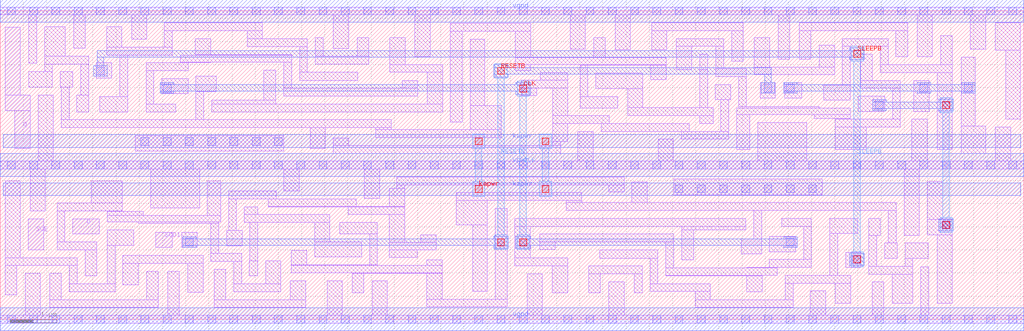
<source format=lef>
# 
# LEF OUT 
# User Name : iptguser 
# Date : Mon Feb  4 15:39:15 2013
# NOTE: There are no OA views for these logic cells.
#       This file is being kept for legacy purposes.
# 
VERSION 5.5 ;
NAMESCASESENSITIVE ON ;
BUSBITCHARS "[]" ;
DIVIDERCHAR "/" ;

MACRO scs8ls_macro_sync_posneg_nonret
  CLASS CORE ;
  SOURCE USER ;
  ORIGIN 0 0 ;
  SIZE 15.36 BY 6.66 ;
  SYMMETRY X Y ;
  SITE unit ;
SITE unit ;

  PIN SCD2
    DIRECTION INPUT ;
    USE SIGNAL ;
    PORT
      LAYER li1 ;
        RECT 11.645 4.51 12.08 5.135 ;
    END
    ANTENNAGATEAREA 0.159 LAYER li1 ;
    ANTENNAPARTIALMETALSIDEAREA 0.144 LAYER li1 ;
  END SCD2

  PIN SCD1
    DIRECTION INPUT ;
    USE SIGNAL ;
    PORT
      LAYER li1 ;
        RECT 2.945 1.44 3.275 2.15 ;
    END
    ANTENNAGATEAREA 0.159 LAYER li1 ;
    ANTENNAPARTIALMETALSIDEAREA 0.14 LAYER li1 ;
  END SCD1

  PIN D
    DIRECTION INPUT ;
    USE SIGNAL ;
    PORT
      LAYER li1 ;
        RECT 1.565 0.81 2.1 1.265 ;
    END
    ANTENNAGATEAREA 0.159 LAYER li1 ;
    ANTENNAPARTIALMETALSIDEAREA 0.13 LAYER li1 ;
  END D

  PIN Q
    DIRECTION OUTPUT ;
    USE SIGNAL ;
    PORT
      LAYER li1 ;
        RECT 1.075 3.68 1.405 6.31 ;
    END
    ANTENNADIFFAREA 0.5469 ;
    ANTENNAPARTIALMETALSIDEAREA 0.524 LAYER li1 ;
  END Q

  PIN SCO1
    DIRECTION OUTPUT ;
    USE SIGNAL ;
    PORT
      LAYER li1 ;
        RECT 14.91 1.82 15.27 2.98 ;
        RECT 15.1 1.13 15.27 1.82 ;
        RECT 14.915 0.35 15.27 1.13 ;
    END
    ANTENNADIFFAREA 0.5413 ;
    ANTENNAPARTIALMETALSIDEAREA 0.567 LAYER li1 ;
  END SCO1

  PIN vgnd
    DIRECTION INOUT ;
    USE GROUND ;
    SHAPE ABUTMENT ;
    PORT
      LAYER met1 ;
        RECT 0 -0.245 15.36 0.245 ;
    END
    PORT
      LAYER met1 ;
        RECT 0 6.415 15.36 6.905 ;
    END
  END vgnd

  PIN vpwr
    DIRECTION INOUT ;
    USE POWER ;
    SHAPE ABUTMENT ;
    PORT
      LAYER met1 ;
        RECT 0 3.085 15.36 3.575 ;
    END
  END vpwr

  PIN CLK
    DIRECTION INPUT ;
    USE CLOCK ;
    PORT
      LAYER met2 ;
        RECT 10.19 1.135 10.45 1.455 ;
        RECT 10.19 5.205 10.45 5.525 ;
        RECT 10.25 1.455 10.39 5.205 ;
    END
    PORT
      LAYER via ;
        RECT 10.245 1.22 10.395 1.37 ;
        RECT 10.245 5.29 10.395 5.44 ;
    END
    ANTENNAGATEAREA 0.558 LAYER met2 ;
    ANTENNAPARTIALMETALSIDEAREA 3.101 LAYER met2 ;
  END CLK

  PIN RESETB
    DIRECTION INPUT ;
    USE SIGNAL ;
    PORT
      LAYER met2 ;
        RECT 7.79 1.875 8.05 2.195 ;
        RECT 7.79 4.835 8.05 5.155 ;
        RECT 7.85 2.195 7.99 4.835 ;
    END
    PORT
      LAYER via ;
        RECT 7.845 1.96 7.995 2.11 ;
        RECT 7.845 4.92 7.995 5.07 ;
    END
    ANTENNAGATEAREA 0.822 LAYER met2 ;
    ANTENNAPARTIALMETALSIDEAREA 2.324 LAYER met2 ;
  END RESETB

  PIN SCE
    DIRECTION INPUT ;
    USE SIGNAL ;
    PORT
      LAYER met2 ;
        RECT 12.59 1.505 12.85 1.825 ;
        RECT 12.59 5.205 12.85 5.525 ;
        RECT 12.65 1.825 12.79 5.205 ;
    END
    PORT
      LAYER via ;
        RECT 12.645 5.29 12.795 5.44 ;
        RECT 12.645 1.59 12.795 1.74 ;
    END
    ANTENNAGATEAREA 0.636 LAYER met2 ;
    ANTENNAPARTIALMETALSIDEAREA 2.842 LAYER met2 ;
  END SCE


  OBS
    LAYER mcon ;
      RECT 2.075 -0.085 2.245 0.085 ;
      RECT 1.595 -0.085 1.765 0.085 ;
      RECT 1.115 -0.085 1.285 0.085 ;
      RECT 0.635 -0.085 0.805 0.085 ;
      RECT 0.155 -0.085 0.325 0.085 ;
      RECT 3.995 1.95 4.165 2.12 ;
      RECT 7.835 1.95 8.005 2.12 ;
      RECT 10.715 1.95 10.885 2.12 ;
      RECT 13.115 3.245 13.285 3.415 ;
      RECT 12.635 3.245 12.805 3.415 ;
      RECT 12.155 3.245 12.325 3.415 ;
      RECT 11.675 3.245 11.845 3.415 ;
      RECT 11.195 3.245 11.365 3.415 ;
      RECT 3.995 1.21 4.165 1.38 ;
      RECT 13.115 1.58 13.285 1.75 ;
      RECT 13.475 1.58 13.645 1.75 ;
      RECT 13.835 1.58 14.005 1.75 ;
      RECT 0.635 1.58 0.805 1.75 ;
      RECT 13.115 4.54 13.285 4.71 ;
      RECT 12.635 5.28 12.805 5.45 ;
      RECT 10.235 5.28 10.405 5.45 ;
      RECT 1.595 3.245 1.765 3.415 ;
      RECT 2.075 6.575 2.245 6.745 ;
      RECT 2.075 3.245 2.245 3.415 ;
      RECT 2.555 6.575 2.725 6.745 ;
      RECT 2.555 3.245 2.725 3.415 ;
      RECT 3.035 6.575 3.205 6.745 ;
      RECT 3.035 3.245 3.205 3.415 ;
      RECT 3.515 6.575 3.685 6.745 ;
      RECT 3.515 4.91 3.685 5.08 ;
      RECT 3.515 3.245 3.685 3.415 ;
      RECT 3.995 6.575 4.165 6.745 ;
      RECT 3.995 3.245 4.165 3.415 ;
      RECT 4.475 6.575 4.645 6.745 ;
      RECT 4.475 3.245 4.645 3.415 ;
      RECT 4.955 6.575 5.125 6.745 ;
      RECT 4.955 3.245 5.125 3.415 ;
      RECT 5.435 6.575 5.605 6.745 ;
      RECT 5.435 3.245 5.605 3.415 ;
      RECT 5.915 6.575 6.085 6.745 ;
      RECT 5.915 3.245 6.085 3.415 ;
      RECT 6.395 6.575 6.565 6.745 ;
      RECT 6.395 3.245 6.565 3.415 ;
      RECT 6.875 6.575 7.045 6.745 ;
      RECT 6.875 4.91 7.045 5.08 ;
      RECT 6.875 3.245 7.045 3.415 ;
      RECT 7.355 6.575 7.525 6.745 ;
      RECT 7.355 3.245 7.525 3.415 ;
      RECT 7.835 6.575 8.005 6.745 ;
      RECT 1.115 6.575 1.285 6.745 ;
      RECT 1.115 3.245 1.285 3.415 ;
      RECT 1.595 6.575 1.765 6.745 ;
      RECT 7.835 3.245 8.005 3.415 ;
      RECT 8.315 6.575 8.485 6.745 ;
      RECT 8.315 3.245 8.485 3.415 ;
      RECT 8.795 6.575 8.965 6.745 ;
      RECT 8.795 3.245 8.965 3.415 ;
      RECT 9.275 6.575 9.445 6.745 ;
      RECT 9.275 3.245 9.445 3.415 ;
      RECT 9.755 6.575 9.925 6.745 ;
      RECT 9.755 3.245 9.925 3.415 ;
      RECT 10.235 6.575 10.405 6.745 ;
      RECT 10.235 3.245 10.405 3.415 ;
      RECT 10.715 6.575 10.885 6.745 ;
      RECT 10.715 3.245 10.885 3.415 ;
      RECT 11.195 6.575 11.365 6.745 ;
      RECT 11.195 4.91 11.365 5.08 ;
      RECT 11.195 3.245 11.365 3.415 ;
      RECT 11.675 6.575 11.845 6.745 ;
      RECT 11.675 3.245 11.845 3.415 ;
      RECT 12.155 6.575 12.325 6.745 ;
      RECT 12.155 3.245 12.325 3.415 ;
      RECT 12.635 6.575 12.805 6.745 ;
      RECT 12.635 3.245 12.805 3.415 ;
      RECT 13.115 6.575 13.285 6.745 ;
      RECT 13.115 3.245 13.285 3.415 ;
      RECT 13.595 6.575 13.765 6.745 ;
      RECT 13.595 3.245 13.765 3.415 ;
      RECT 14.075 6.575 14.245 6.745 ;
      RECT 14.075 3.245 14.245 3.415 ;
      RECT 14.555 6.575 14.725 6.745 ;
      RECT 14.555 3.245 14.725 3.415 ;
      RECT 14.075 -0.085 14.245 0.085 ;
      RECT 13.595 -0.085 13.765 0.085 ;
      RECT 15.035 3.245 15.205 3.415 ;
      RECT 14.555 3.245 14.725 3.415 ;
      RECT 14.075 3.245 14.245 3.415 ;
      RECT 13.595 3.245 13.765 3.415 ;
      RECT 15.035 6.575 15.205 6.745 ;
      RECT 15.035 3.245 15.205 3.415 ;
      RECT 0.635 3.245 0.805 3.415 ;
      RECT 0.635 6.575 0.805 6.745 ;
      RECT 0.155 6.575 0.325 6.745 ;
      RECT 0.155 3.245 0.325 3.415 ;
      RECT 15.035 -0.085 15.205 0.085 ;
      RECT 14.555 -0.085 14.725 0.085 ;
      RECT 10.715 3.245 10.885 3.415 ;
      RECT 10.235 3.245 10.405 3.415 ;
      RECT 9.755 3.245 9.925 3.415 ;
      RECT 9.275 3.245 9.445 3.415 ;
      RECT 8.795 3.245 8.965 3.415 ;
      RECT 8.315 3.245 8.485 3.415 ;
      RECT 7.835 3.245 8.005 3.415 ;
      RECT 7.355 3.245 7.525 3.415 ;
      RECT 6.875 3.245 7.045 3.415 ;
      RECT 6.395 3.245 6.565 3.415 ;
      RECT 5.915 3.245 6.085 3.415 ;
      RECT 5.435 3.245 5.605 3.415 ;
      RECT 4.955 3.245 5.125 3.415 ;
      RECT 4.475 3.245 4.645 3.415 ;
      RECT 3.995 3.245 4.165 3.415 ;
      RECT 3.515 3.245 3.685 3.415 ;
      RECT 3.035 3.245 3.205 3.415 ;
      RECT 2.555 3.245 2.725 3.415 ;
      RECT 2.075 3.245 2.245 3.415 ;
      RECT 1.595 3.245 1.765 3.415 ;
      RECT 1.115 3.245 1.285 3.415 ;
      RECT 0.635 3.245 0.805 3.415 ;
      RECT 0.155 3.245 0.325 3.415 ;
      RECT 13.115 -0.085 13.285 0.085 ;
      RECT 12.635 -0.085 12.805 0.085 ;
      RECT 12.155 -0.085 12.325 0.085 ;
      RECT 11.675 -0.085 11.845 0.085 ;
      RECT 11.195 -0.085 11.365 0.085 ;
      RECT 10.715 -0.085 10.885 0.085 ;
      RECT 10.235 -0.085 10.405 0.085 ;
      RECT 9.755 -0.085 9.925 0.085 ;
      RECT 9.275 -0.085 9.445 0.085 ;
      RECT 8.795 -0.085 8.965 0.085 ;
      RECT 8.315 -0.085 8.485 0.085 ;
      RECT 7.835 -0.085 8.005 0.085 ;
      RECT 7.355 -0.085 7.525 0.085 ;
      RECT 6.875 -0.085 7.045 0.085 ;
      RECT 6.395 -0.085 6.565 0.085 ;
      RECT 5.915 -0.085 6.085 0.085 ;
      RECT 5.435 -0.085 5.605 0.085 ;
      RECT 4.955 -0.085 5.125 0.085 ;
      RECT 4.475 -0.085 4.645 0.085 ;
      RECT 3.995 -0.085 4.165 0.085 ;
      RECT 3.515 -0.085 3.685 0.085 ;
      RECT 3.035 -0.085 3.205 0.085 ;
      RECT 2.555 -0.085 2.725 0.085 ;
    LAYER via ;
      RECT 13.125 4.55 13.275 4.7 ;
      RECT 13.125 1.59 13.275 1.74 ;
    LAYER li1 ;
      RECT 6.71 1.03 6.88 2.32 ;
      RECT 7.495 1.26 8.315 1.575 ;
      RECT 6.14 0.86 6.88 1.03 ;
      RECT 6.14 0.595 6.47 0.86 ;
      RECT 8.725 1.715 9.005 2.755 ;
      RECT 8.725 1.09 8.895 1.715 ;
      RECT 7.05 0.92 8.895 1.09 ;
      RECT 7.05 1.09 7.325 1.805 ;
      RECT 8.27 0.595 8.655 0.92 ;
      RECT 10.145 1.955 10.315 2.55 ;
      RECT 9.585 1.785 10.315 1.955 ;
      RECT 9.29 2.55 10.315 2.88 ;
      RECT 9.585 1.265 9.755 1.785 ;
      RECT 9.585 1.095 11.395 1.265 ;
      RECT 9.585 0.77 9.755 1.095 ;
      RECT 11.065 1.265 11.395 1.275 ;
      RECT 9.405 0.35 9.755 0.77 ;
      RECT 9.985 1.445 11.735 1.615 ;
      RECT 9.985 1.435 10.315 1.445 ;
      RECT 11.14 1.615 11.31 2.52 ;
      RECT 11.565 0.925 11.735 1.445 ;
      RECT 10.945 2.52 11.31 2.98 ;
      RECT 11.01 0.755 11.735 0.925 ;
      RECT 11.01 0.35 11.34 0.755 ;
      RECT 7.835 1.815 8.165 2.15 ;
      RECT 10.64 1.82 10.97 2.15 ;
      RECT 14.57 1.3 14.93 1.63 ;
      RECT 13.91 2.12 14.24 2.98 ;
      RECT 13.91 1.95 14.74 2.12 ;
      RECT 14.57 1.63 14.74 1.95 ;
      RECT 14.57 1.28 14.74 1.3 ;
      RECT 13.555 1.11 14.74 1.28 ;
      RECT 13.555 0.8 14.235 1.11 ;
      RECT 12.995 0.35 13.325 1.13 ;
      RECT 13.565 1.75 14.35 1.78 ;
      RECT 13.565 1.45 14.35 1.58 ;
      RECT 13.07 1.58 14.35 1.75 ;
      RECT 13.07 1.75 13.325 2.98 ;
      RECT 13.07 1.13 13.325 1.58 ;
      RECT 11.98 2.1 12.31 2.98 ;
      RECT 12.085 1.63 12.31 2.1 ;
      RECT 12.085 1.3 12.87 1.63 ;
      RECT 12.085 0.35 12.335 1.3 ;
      RECT 2.085 3.68 2.44 4.975 ;
      RECT 2.07 4.975 2.44 5.305 ;
      RECT 2.085 5.305 2.44 6.31 ;
      RECT 5.315 4.52 6.19 4.69 ;
      RECT 5.315 3.68 6.085 4.52 ;
      RECT 6.02 4.69 6.19 5.36 ;
      RECT 5.87 5.36 7.735 5.53 ;
      RECT 7.405 4.79 7.735 5.36 ;
      RECT 2.985 4.54 4.025 4.71 ;
      RECT 2.985 4.71 3.315 5.62 ;
      RECT 3.855 4.71 4.025 4.78 ;
      RECT 2.985 5.62 4.885 5.79 ;
      RECT 3.855 4.78 5.145 4.95 ;
      RECT 4.715 5.79 4.885 6.04 ;
      RECT 4.815 3.68 5.145 4.78 ;
      RECT 4.715 6.04 5.69 6.37 ;
      RECT 2.645 4.37 2.815 5.96 ;
      RECT 2.645 4.2 4.445 4.37 ;
      RECT 2.645 5.96 3.19 6.21 ;
      RECT 4.195 4.37 4.445 4.61 ;
      RECT 3.17 3.68 3.5 4.2 ;
      RECT 6.36 4.52 6.975 4.69 ;
      RECT 6.805 4.385 6.975 4.52 ;
      RECT 6.36 4.69 6.655 5.19 ;
      RECT 6.805 4.215 8.425 4.385 ;
      RECT 7.95 4.385 8.12 5.565 ;
      RECT 6.805 3.68 7.135 4.215 ;
      RECT 8.095 3.68 8.425 4.215 ;
      RECT 7.95 5.565 8.215 5.895 ;
      RECT 9.865 4.525 10.445 4.84 ;
      RECT 9.865 4.84 10.035 5.04 ;
      RECT 9.705 5.04 10.035 5.37 ;
      RECT 9.865 5.37 10.035 5.62 ;
      RECT 9.865 5.62 10.635 5.79 ;
      RECT 11.2 3.86 13.475 4.03 ;
      RECT 10.805 5.475 12.16 5.645 ;
      RECT 12.66 3.7 13.475 3.86 ;
      RECT 11.99 5.645 12.16 5.895 ;
      RECT 11.99 5.895 12.925 6.065 ;
      RECT 8.625 4.185 11.45 4.355 ;
      RECT 8.625 3.68 8.875 4.185 ;
      RECT 10.805 4.355 11.45 4.36 ;
      RECT 11.2 4.03 11.45 4.185 ;
      RECT 10.805 4.36 10.975 5.475 ;
      RECT 11.2 3.68 11.45 3.86 ;
      RECT 10.805 5.645 10.975 5.96 ;
      RECT 8.725 5.96 10.975 6.13 ;
      RECT 8.725 5.565 8.975 5.96 ;
      RECT 8.29 4.555 9.535 4.84 ;
      RECT 9.105 4.525 9.535 4.555 ;
      RECT 8.29 4.84 8.62 4.885 ;
      RECT 9.205 4.84 9.535 5.225 ;
      RECT 8.385 5.225 9.535 5.395 ;
      RECT 8.385 5.395 8.555 6.115 ;
      RECT 9.205 5.395 9.535 5.79 ;
      RECT 7.61 6.115 8.555 6.405 ;
      RECT 7.61 5.87 7.78 6.115 ;
      RECT 5.055 5.7 7.78 5.87 ;
      RECT 5.055 5.46 5.385 5.7 ;
      RECT 12.335 4.37 12.665 5.08 ;
      RECT 12.335 4.2 14.765 4.37 ;
      RECT 14.515 4.37 14.765 5.42 ;
      RECT 14.515 3.68 14.765 4.2 ;
      RECT 13.26 5.42 14.765 5.61 ;
      RECT 13.26 5.61 13.59 5.725 ;
      RECT 14.435 5.61 14.765 6.24 ;
      RECT 12.9 4.54 13.795 4.88 ;
      RECT 14.015 4.58 14.345 5.08 ;
      RECT 12.835 5.08 14.345 5.25 ;
      RECT 12.33 5.25 13.005 5.705 ;
      RECT 4.485 5.29 4.815 5.435 ;
      RECT 4.485 5.19 5.7 5.29 ;
      RECT 4.485 5.12 5.85 5.19 ;
      RECT 5.53 4.86 5.85 5.12 ;
      RECT 3.485 5.12 3.885 5.45 ;
      RECT 3.485 4.88 3.685 5.12 ;
      RECT 10.205 5.11 10.605 5.45 ;
      RECT 6.845 4.86 7.195 5.19 ;
      RECT 11.145 4.635 11.475 5.305 ;
      RECT 11.49 6.235 13.715 6.405 ;
      RECT 13.385 5.895 13.715 6.235 ;
      RECT 11.49 5.815 11.82 6.235 ;
      RECT 0 3.245 15.36 3.415 ;
      RECT 14.41 2.29 14.74 3.245 ;
      RECT 11.48 2.1 11.81 3.245 ;
      RECT 12.54 1.82 12.87 3.245 ;
      RECT 11.735 3.415 12.065 3.69 ;
      RECT 13.985 3.415 14.315 4.03 ;
      RECT 8.385 1.745 8.555 3.245 ;
      RECT 2.67 3.415 3 4.03 ;
      RECT 3.67 3.415 4.275 4.01 ;
      RECT 4.705 2.73 5.035 3.245 ;
      RECT 3.095 2.685 3.425 3.245 ;
      RECT 6.255 3.415 6.585 4.35 ;
      RECT 7.335 3.415 7.585 4.045 ;
      RECT 9.555 3.415 9.885 4.015 ;
      RECT 7.205 2.66 7.54 3.245 ;
      RECT 10.485 2.52 10.735 3.245 ;
      RECT 10.64 3.415 10.97 4.015 ;
      RECT 1.575 3.415 1.905 4.84 ;
      RECT 0.615 2.345 0.945 3.245 ;
      RECT 1.575 5.53 1.905 6.575 ;
      RECT 3.68 5.98 4.15 6.575 ;
      RECT 9.715 6.3 10.075 6.575 ;
      RECT 6.66 6.04 6.99 6.575 ;
      RECT 10.815 6.3 11.305 6.575 ;
      RECT 13.935 5.78 14.265 6.575 ;
      RECT 0 6.575 15.36 6.745 ;
      RECT 0 -0.085 15.36 0.085 ;
      RECT 3.785 0.085 3.955 0.75 ;
      RECT 4.715 0.085 4.965 0.75 ;
      RECT 7.43 0.085 7.76 0.41 ;
      RECT 10.195 0.085 10.525 0.81 ;
      RECT 11.57 0.085 11.905 0.585 ;
      RECT 12.565 0.085 12.815 1.13 ;
      RECT 14.415 0.085 14.745 0.94 ;
      RECT 0.545 0.085 0.875 0.88 ;
      RECT 1.105 0.255 3.605 0.425 ;
      RECT 1.105 0.425 1.435 0.64 ;
      RECT 3.09 0.425 3.605 0.715 ;
      RECT 5.15 0.255 7.22 0.425 ;
      RECT 5.15 0.425 5.62 1.13 ;
      RECT 7.05 0.425 7.22 0.58 ;
      RECT 5.45 1.13 5.62 1.545 ;
      RECT 7.05 0.58 8.1 0.75 ;
      RECT 5.45 1.545 6.2 1.82 ;
      RECT 7.93 0.425 8.1 0.58 ;
      RECT 5.155 1.82 6.2 1.875 ;
      RECT 7.93 0.255 9.235 0.425 ;
      RECT 5.155 1.875 5.62 2.22 ;
      RECT 9.065 0.425 9.235 0.94 ;
      RECT 9.065 0.94 9.415 1.27 ;
      RECT 9.245 1.27 9.415 2.125 ;
      RECT 9.245 2.125 9.975 2.38 ;
      RECT 0.455 1.66 1.795 1.835 ;
      RECT 0.455 1.49 2.725 1.66 ;
      RECT 2.395 1.26 2.725 1.49 ;
      RECT 0.115 2.005 2.705 2.175 ;
      RECT 2.035 1.83 2.705 2.005 ;
      RECT 0.115 2.175 0.445 2.98 ;
      RECT 0.115 1.265 0.285 2.005 ;
      RECT 0.115 1.05 1.375 1.265 ;
      RECT 1.045 0.935 1.375 1.05 ;
      RECT 0.115 0.42 0.365 1.05 ;
      RECT 1.485 2.39 6.075 2.515 ;
      RECT 1.485 2.345 3.995 2.39 ;
      RECT 5.825 2.215 6.075 2.39 ;
      RECT 3.665 2.515 6.075 2.56 ;
      RECT 3.445 2.33 3.995 2.345 ;
      RECT 5.825 2.045 6.54 2.215 ;
      RECT 3.665 2.56 3.995 2.98 ;
      RECT 5.825 2.56 6.075 2.725 ;
      RECT 3.445 1.09 3.615 2.33 ;
      RECT 6.37 1.37 6.54 2.045 ;
      RECT 2.27 0.92 3.615 1.09 ;
      RECT 5.79 1.2 6.54 1.37 ;
      RECT 5.79 0.595 5.96 1.2 ;
      RECT 1.485 2.515 2.555 2.98 ;
      RECT 2.27 0.595 2.6 0.92 ;
      RECT 3.965 1.26 4.64 1.59 ;
      RECT 3.965 1.18 4.195 1.26 ;
      RECT 4.335 1.99 4.585 2.22 ;
      RECT 4.335 1.82 4.98 1.99 ;
      RECT 4.81 1.63 4.98 1.82 ;
      RECT 4.81 1.3 5.28 1.63 ;
      RECT 4.81 1.09 4.98 1.3 ;
      RECT 4.365 0.92 4.98 1.09 ;
      RECT 4.365 0.35 4.535 0.92 ;
      RECT 3.785 1.83 4.165 2.16 ;
      RECT 6.25 2.385 8.075 2.49 ;
      RECT 6.71 2.32 8.075 2.385 ;
      RECT 6.25 2.49 6.88 2.725 ;
      RECT 7.745 2.49 8.075 2.745 ;
      RECT 7.495 1.575 7.665 2.32 ;
    LAYER met2 ;
      RECT 13.07 1.505 13.33 1.825 ;
      RECT 13.13 1.665 13.27 4.625 ;
      RECT 13.07 4.465 13.33 4.785 ;
    LAYER met1 ;
      RECT 3.455 5.065 3.745 5.11 ;
      RECT 3.455 4.925 11.425 5.065 ;
      RECT 6.815 5.065 7.105 5.11 ;
      RECT 11.135 5.065 11.425 5.11 ;
      RECT 3.455 4.88 3.745 4.925 ;
      RECT 6.815 4.88 7.105 4.925 ;
      RECT 11.135 4.88 11.425 4.925 ;
      RECT 7.76 5.065 8.08 5.125 ;
      RECT 7.76 4.865 8.08 4.925 ;
      RECT 10.655 2.105 10.945 2.15 ;
      RECT 3.935 1.965 10.945 2.105 ;
      RECT 10.655 1.92 10.945 1.965 ;
      RECT 3.935 2.105 4.225 2.15 ;
      RECT 3.935 1.92 4.225 1.965 ;
      RECT 7.76 2.105 8.08 2.165 ;
      RECT 7.76 1.905 8.08 1.965 ;
      RECT 13.04 1.55 14.065 1.78 ;
      RECT 13.04 1.78 13.36 1.795 ;
      RECT 13.04 1.535 13.36 1.55 ;
      RECT 12.56 1.735 12.88 1.795 ;
      RECT 12.56 1.535 12.88 1.595 ;
      RECT 0.575 1.595 12.88 1.735 ;
      RECT 0.575 1.735 0.865 1.78 ;
      RECT 0.575 1.55 0.865 1.595 ;
      RECT 10.16 1.365 10.48 1.425 ;
      RECT 10.16 1.165 10.48 1.225 ;
      RECT 3.935 1.225 10.48 1.365 ;
      RECT 3.935 1.365 4.225 1.41 ;
      RECT 3.935 1.18 4.225 1.225 ;
      RECT 13.04 4.495 13.36 4.755 ;
      RECT 12.56 5.235 12.88 5.495 ;
      RECT 10.16 5.235 10.48 5.495 ;
  END
END scs8ls_macro_sync_posneg_nonret

MACRO scs8ls_macro_sync_posneg_ret
  CLASS CORE ;
  SOURCE USER ;
  ORIGIN 0 0 ;
  SIZE 20.64 BY 6.66 ;
  SYMMETRY X Y ;
  SITE unit ;
SITE unit ;

  PIN SCD2
    DIRECTION INPUT ;
    USE SIGNAL ;
    PORT
      LAYER li1 ;
        RECT 15.85 4.54 16.195 5.055 ;
    END
    ANTENNAGATEAREA 0.159 LAYER li1 ;
    ANTENNAPARTIALMETALSIDEAREA 0.104 LAYER li1 ;
  END SCD2

  PIN SCD1
    DIRECTION INPUT ;
    USE SIGNAL ;
    PORT
      LAYER li1 ;
        RECT 3.35 1.55 3.715 1.88 ;
    END
    ANTENNAGATEAREA 0.159 LAYER li1 ;
    ANTENNAPARTIALMETALSIDEAREA 0.071 LAYER li1 ;
  END SCD1

  PIN D
    DIRECTION INPUT ;
    USE SIGNAL ;
    PORT
      LAYER li1 ;
        RECT 1.565 1.84 2.135 2.17 ;
    END
    ANTENNAGATEAREA 0.159 LAYER li1 ;
    ANTENNAPARTIALMETALSIDEAREA 0.112 LAYER li1 ;
  END D

  PIN Q
    DIRECTION OUTPUT ;
    USE SIGNAL ;
    PORT
      LAYER li1 ;
        RECT 0.585 3.585 0.925 6.395 ;
    END
    ANTENNADIFFAREA 0.5301 ;
    ANTENNAPARTIALMETALSIDEAREA 0.562 LAYER li1 ;
  END Q

  PIN SCO1
    DIRECTION OUTPUT ;
    USE SIGNAL ;
    PORT
      LAYER li1 ;
        RECT 18.81 5.53 19.165 6.31 ;
        RECT 18.81 4.84 18.98 5.53 ;
        RECT 18.81 3.68 19.17 4.84 ;
    END
    ANTENNADIFFAREA 0.5413 ;
    ANTENNAPARTIALMETALSIDEAREA 0.567 LAYER li1 ;
  END SCO1

  PIN kapwr
    DIRECTION INOUT ;
    USE POWER ;
    SHAPE ABUTMENT ;
    PORT
      LAYER met1 ;
        RECT 0.07 2.675 20.57 2.945 ;
    END
    PORT
      LAYER met1 ;
        RECT 0.07 3.715 20.57 3.985 ;
        RECT 10.175 3.985 10.465 4 ;
        RECT 10.655 3.985 10.945 4 ;
    END
    PORT
      LAYER via ;
        RECT 10.245 2.74 10.395 2.89 ;
        RECT 11.685 2.74 11.835 2.89 ;
        RECT 11.685 3.77 11.835 3.92 ;
        RECT 10.245 3.77 10.395 3.92 ;
    END
  END kapwr

  PIN vgnd
    DIRECTION INOUT ;
    USE GROUND ;
    SHAPE ABUTMENT ;
    PORT
      LAYER met1 ;
        RECT 0 -0.245 20.64 0.245 ;
    END
    PORT
      LAYER met1 ;
        RECT 0 6.415 20.64 6.905 ;
    END
  END vgnd

  PIN vpwr
    DIRECTION INOUT ;
    USE POWER ;
    SHAPE ABUTMENT ;
    PORT
      LAYER met1 ;
        RECT 0 3.085 20.64 3.575 ;
    END
  END vpwr

  PIN RESETB
    DIRECTION INPUT ;
    USE SIGNAL ;
    PORT
      LAYER met2 ;
        RECT 10.67 1.505 10.93 1.825 ;
        RECT 10.67 5.205 10.93 5.525 ;
        RECT 10.73 1.825 10.87 5.205 ;
    END
    PORT
      LAYER via ;
        RECT 10.725 5.29 10.875 5.44 ;
        RECT 10.725 1.59 10.875 1.74 ;
    END
    ANTENNAGATEAREA 1.196 LAYER met2 ;
    ANTENNAPARTIALMETALSIDEAREA 2.842 LAYER met2 ;
  END RESETB

  PIN SLEEPB
    DIRECTION INPUT ;
    USE SIGNAL ;
    PORT
      LAYER met2 ;
        RECT 18.35 1.135 18.61 1.455 ;
        RECT 18.35 5.575 18.61 5.895 ;
        RECT 18.41 1.455 18.55 5.575 ;
    END
    PORT
      LAYER via ;
        RECT 18.405 5.66 18.555 5.81 ;
        RECT 18.405 1.22 18.555 1.37 ;
    END
    ANTENNAGATEAREA 1.196 LAYER met2 ;
    ANTENNAPARTIALMETALSIDEAREA 3.36 LAYER met2 ;
  END SLEEPB

  PIN CLK
    DIRECTION INPUT ;
    USE CLOCK ;
    PORT
      LAYER met2 ;
        RECT 11.15 4.82 11.41 5.14 ;
        RECT 11.15 1.505 11.41 1.825 ;
        RECT 11.21 1.825 11.35 4.82 ;
    END
    PORT
      LAYER via ;
        RECT 11.205 4.905 11.355 5.055 ;
        RECT 11.205 1.59 11.355 1.74 ;
    END
    ANTENNAGATEAREA 0.318 LAYER met2 ;
    ANTENNAPARTIALMETALSIDEAREA 2.5725 LAYER met2 ;
  END CLK

  PIN SCE
    DIRECTION INPUT ;
    USE SIGNAL ;
    PORT
      LAYER met2 ;
        RECT 14.99 1.135 15.25 1.455 ;
        RECT 14.99 5.205 15.25 5.525 ;
        RECT 15.05 1.455 15.19 5.205 ;
    END
    PORT
      LAYER via ;
        RECT 15.045 5.29 15.195 5.44 ;
        RECT 15.045 1.22 15.195 1.37 ;
    END
    ANTENNAGATEAREA 0.636 LAYER met2 ;
    ANTENNAPARTIALMETALSIDEAREA 3.101 LAYER met2 ;
  END SCE


  OBS
    LAYER mcon ;
      RECT 15.035 3.245 15.205 3.415 ;
      RECT 15.515 6.575 15.685 6.745 ;
      RECT 15.515 3.245 15.685 3.415 ;
      RECT 15.995 6.575 16.165 6.745 ;
      RECT 15.995 3.245 16.165 3.415 ;
      RECT 16.475 6.575 16.645 6.745 ;
      RECT 16.475 3.245 16.645 3.415 ;
      RECT 16.955 6.575 17.125 6.745 ;
      RECT 16.955 3.245 17.125 3.415 ;
      RECT 17.435 6.575 17.605 6.745 ;
      RECT 17.435 3.245 17.605 3.415 ;
      RECT 17.915 6.575 18.085 6.745 ;
      RECT 17.915 3.245 18.085 3.415 ;
      RECT 18.395 6.575 18.565 6.745 ;
      RECT 18.395 3.245 18.565 3.415 ;
      RECT 6.875 3.775 7.045 3.945 ;
      RECT 18.875 6.575 19.045 6.745 ;
      RECT 19.355 6.575 19.525 6.745 ;
      RECT 19.835 6.575 20.005 6.745 ;
      RECT 20.315 6.575 20.485 6.745 ;
      RECT 18.875 3.245 19.045 3.415 ;
      RECT 19.355 3.245 19.525 3.415 ;
      RECT 19.835 3.245 20.005 3.415 ;
      RECT 20.315 3.245 20.485 3.415 ;
      RECT 0.155 6.575 0.325 6.745 ;
      RECT 0.155 3.245 0.325 3.415 ;
      RECT 7.355 4.91 7.525 5.08 ;
      RECT 8.315 4.91 8.485 5.08 ;
      RECT 11.54 5.28 11.71 5.45 ;
      RECT 16.955 4.91 17.125 5.08 ;
      RECT 17.915 5.28 18.085 5.45 ;
      RECT 20.315 4.91 20.485 5.08 ;
      RECT 20.315 1.95 20.485 2.12 ;
      RECT 18.38 1.21 18.55 1.38 ;
      RECT 16.955 1.58 17.125 1.75 ;
      RECT 0.635 1.58 0.805 1.75 ;
      RECT 3.995 1.58 4.165 1.75 ;
      RECT 13.595 -0.085 13.765 0.085 ;
      RECT 13.595 3.245 13.765 3.415 ;
      RECT 13.115 -0.085 13.285 0.085 ;
      RECT 13.115 3.245 13.285 3.415 ;
      RECT 12.635 -0.085 12.805 0.085 ;
      RECT 12.635 3.245 12.805 3.415 ;
      RECT 12.155 -0.085 12.325 0.085 ;
      RECT 6.395 -0.085 6.565 0.085 ;
      RECT 6.395 3.245 6.565 3.415 ;
      RECT 5.915 -0.085 6.085 0.085 ;
      RECT 5.915 3.245 6.085 3.415 ;
      RECT 5.435 -0.085 5.605 0.085 ;
      RECT 5.435 3.245 5.605 3.415 ;
      RECT 4.955 -0.085 5.125 0.085 ;
      RECT 4.955 3.245 5.125 3.415 ;
      RECT 4.475 -0.085 4.645 0.085 ;
      RECT 4.475 3.245 4.645 3.415 ;
      RECT 3.995 -0.085 4.165 0.085 ;
      RECT 3.995 3.245 4.165 3.415 ;
      RECT 3.515 -0.085 3.685 0.085 ;
      RECT 3.515 3.245 3.685 3.415 ;
      RECT 3.035 -0.085 3.205 0.085 ;
      RECT 3.035 3.245 3.205 3.415 ;
      RECT 2.555 -0.085 2.725 0.085 ;
      RECT 2.555 3.245 2.725 3.415 ;
      RECT 2.075 -0.085 2.245 0.085 ;
      RECT 2.075 3.245 2.245 3.415 ;
      RECT 1.595 -0.085 1.765 0.085 ;
      RECT 1.595 3.245 1.765 3.415 ;
      RECT 1.115 -0.085 1.285 0.085 ;
      RECT 1.115 3.245 1.285 3.415 ;
      RECT 0.635 -0.085 0.805 0.085 ;
      RECT 0.635 3.245 0.805 3.415 ;
      RECT 0.155 -0.085 0.325 0.085 ;
      RECT 0.155 3.245 0.325 3.415 ;
      RECT 15.035 2.735 15.205 2.905 ;
      RECT 15.515 2.735 15.685 2.905 ;
      RECT 17.435 2.735 17.605 2.905 ;
      RECT 12.155 3.245 12.325 3.415 ;
      RECT 11.675 -0.085 11.845 0.085 ;
      RECT 11.675 3.245 11.845 3.415 ;
      RECT 11.195 -0.085 11.365 0.085 ;
      RECT 11.195 3.245 11.365 3.415 ;
      RECT 10.715 -0.085 10.885 0.085 ;
      RECT 10.715 3.245 10.885 3.415 ;
      RECT 10.235 -0.085 10.405 0.085 ;
      RECT 10.235 3.245 10.405 3.415 ;
      RECT 9.755 -0.085 9.925 0.085 ;
      RECT 9.755 3.245 9.925 3.415 ;
      RECT 9.275 -0.085 9.445 0.085 ;
      RECT 9.275 3.245 9.445 3.415 ;
      RECT 8.795 -0.085 8.965 0.085 ;
      RECT 8.795 3.245 8.965 3.415 ;
      RECT 8.315 -0.085 8.485 0.085 ;
      RECT 8.315 3.245 8.485 3.415 ;
      RECT 7.835 -0.085 8.005 0.085 ;
      RECT 7.835 3.245 8.005 3.415 ;
      RECT 7.355 -0.085 7.525 0.085 ;
      RECT 7.355 3.245 7.525 3.415 ;
      RECT 6.875 -0.085 7.045 0.085 ;
      RECT 6.875 3.245 7.045 3.415 ;
      RECT 7.355 3.245 7.525 3.415 ;
      RECT 7.835 6.575 8.005 6.745 ;
      RECT 7.835 3.245 8.005 3.415 ;
      RECT 8.315 6.575 8.485 6.745 ;
      RECT 8.315 3.245 8.485 3.415 ;
      RECT 8.795 6.575 8.965 6.745 ;
      RECT 8.795 3.245 8.965 3.415 ;
      RECT 9.275 6.575 9.445 6.745 ;
      RECT 9.275 3.245 9.445 3.415 ;
      RECT 9.755 6.575 9.925 6.745 ;
      RECT 9.755 3.245 9.925 3.415 ;
      RECT 10.235 6.575 10.405 6.745 ;
      RECT 10.235 3.8 10.405 3.97 ;
      RECT 0.635 6.575 0.805 6.745 ;
      RECT 0.635 3.245 0.805 3.415 ;
      RECT 1.115 6.575 1.285 6.745 ;
      RECT 1.115 3.245 1.285 3.415 ;
      RECT 1.595 6.575 1.765 6.745 ;
      RECT 6.875 6.575 7.045 6.745 ;
      RECT 1.595 3.245 1.765 3.415 ;
      RECT 2.075 6.575 2.245 6.745 ;
      RECT 2.075 3.245 2.245 3.415 ;
      RECT 2.555 6.575 2.725 6.745 ;
      RECT 2.555 3.245 2.725 3.415 ;
      RECT 3.035 6.575 3.205 6.745 ;
      RECT 3.035 3.245 3.205 3.415 ;
      RECT 3.515 6.575 3.685 6.745 ;
      RECT 3.515 3.245 3.685 3.415 ;
      RECT 4.955 3.245 5.125 3.415 ;
      RECT 5.435 6.575 5.605 6.745 ;
      RECT 5.435 3.245 5.605 3.415 ;
      RECT 5.915 6.575 6.085 6.745 ;
      RECT 5.915 3.245 6.085 3.415 ;
      RECT 6.395 6.575 6.565 6.745 ;
      RECT 6.395 3.245 6.565 3.415 ;
      RECT 3.995 6.575 4.165 6.745 ;
      RECT 3.995 3.245 4.165 3.415 ;
      RECT 4.475 6.575 4.645 6.745 ;
      RECT 6.875 3.245 7.045 3.415 ;
      RECT 4.475 4.54 4.645 4.71 ;
      RECT 4.475 3.245 4.645 3.415 ;
      RECT 4.955 6.575 5.125 6.745 ;
      RECT 7.355 6.575 7.525 6.745 ;
      RECT 10.235 3.245 10.405 3.415 ;
      RECT 10.715 6.575 10.885 6.745 ;
      RECT 10.715 3.8 10.885 3.97 ;
      RECT 10.715 3.245 10.885 3.415 ;
      RECT 11.195 6.575 11.365 6.745 ;
      RECT 11.195 3.245 11.365 3.415 ;
      RECT 11.675 6.575 11.845 6.745 ;
      RECT 11.675 3.245 11.845 3.415 ;
      RECT 12.155 6.575 12.325 6.745 ;
      RECT 12.155 4.54 12.325 4.71 ;
      RECT 12.155 3.245 12.325 3.415 ;
      RECT 12.635 6.575 12.805 6.745 ;
      RECT 12.635 3.245 12.805 3.415 ;
      RECT 13.115 6.575 13.285 6.745 ;
      RECT 13.115 3.245 13.285 3.415 ;
      RECT 13.595 6.575 13.765 6.745 ;
      RECT 13.595 3.245 13.765 3.415 ;
      RECT 14.075 6.575 14.245 6.745 ;
      RECT 14.075 3.245 14.245 3.415 ;
      RECT 14.555 6.575 14.725 6.745 ;
      RECT 14.555 3.245 14.725 3.415 ;
      RECT 15.035 6.575 15.205 6.745 ;
      RECT 15.035 4.54 15.205 4.71 ;
      RECT 15.995 2.735 16.165 2.905 ;
      RECT 20.315 -0.085 20.485 0.085 ;
      RECT 20.315 3.245 20.485 3.415 ;
      RECT 19.835 -0.085 20.005 0.085 ;
      RECT 19.835 3.245 20.005 3.415 ;
      RECT 19.355 -0.085 19.525 0.085 ;
      RECT 19.355 3.245 19.525 3.415 ;
      RECT 18.875 -0.085 19.045 0.085 ;
      RECT 18.875 3.245 19.045 3.415 ;
      RECT 18.395 -0.085 18.565 0.085 ;
      RECT 18.395 3.245 18.565 3.415 ;
      RECT 17.915 -0.085 18.085 0.085 ;
      RECT 17.915 3.245 18.085 3.415 ;
      RECT 17.435 -0.085 17.605 0.085 ;
      RECT 17.435 3.245 17.605 3.415 ;
      RECT 16.955 -0.085 17.125 0.085 ;
      RECT 16.955 2.735 17.125 2.905 ;
      RECT 16.955 3.245 17.125 3.415 ;
      RECT 16.475 -0.085 16.645 0.085 ;
      RECT 16.475 2.735 16.645 2.905 ;
      RECT 16.475 3.245 16.645 3.415 ;
      RECT 15.995 -0.085 16.165 0.085 ;
      RECT 15.995 3.245 16.165 3.415 ;
      RECT 15.515 -0.085 15.685 0.085 ;
      RECT 15.515 3.245 15.685 3.415 ;
      RECT 15.035 -0.085 15.205 0.085 ;
      RECT 15.035 3.245 15.205 3.415 ;
      RECT 14.555 -0.085 14.725 0.085 ;
      RECT 14.555 2.735 14.725 2.905 ;
      RECT 14.555 3.245 14.725 3.415 ;
      RECT 14.075 -0.085 14.245 0.085 ;
      RECT 14.075 3.245 14.245 3.415 ;
    LAYER li1 ;
      RECT 8.705 5.275 10.025 5.445 ;
      RECT 9.695 5.16 10.025 5.275 ;
      RECT 6.64 4.65 7.525 4.71 ;
      RECT 6.64 4.54 8.215 4.65 ;
      RECT 6.64 4.71 6.81 5.115 ;
      RECT 7.695 4.65 7.865 5.395 ;
      RECT 7.255 4.48 8.215 4.54 ;
      RECT 5.575 5.115 6.81 5.285 ;
      RECT 7.695 5.395 8.3 5.645 ;
      RECT 8.045 3.935 8.215 4.48 ;
      RECT 7.255 3.925 7.525 4.48 ;
      RECT 5.575 4.925 5.97 5.115 ;
      RECT 8.045 3.765 9.31 3.935 ;
      RECT 9.14 3.935 9.31 4.14 ;
      RECT 9.14 4.14 11.645 4.31 ;
      RECT 11.475 3.755 11.645 4.14 ;
      RECT 11.475 3.585 13.51 3.755 ;
      RECT 13.34 3.755 13.51 4.725 ;
      RECT 13.34 4.725 13.67 5.055 ;
      RECT 6.67 3.755 7.075 4.37 ;
      RECT 6.67 3.585 7.875 3.755 ;
      RECT 7.705 3.755 7.875 4.31 ;
      RECT 8.385 4.48 11.985 4.65 ;
      RECT 8.385 4.105 8.64 4.48 ;
      RECT 10.535 4.65 11.985 4.71 ;
      RECT 11.815 4.34 11.985 4.48 ;
      RECT 11.815 4.17 13.065 4.34 ;
      RECT 12.735 4.34 13.065 5.26 ;
      RECT 12.735 3.925 13.065 4.17 ;
      RECT 12.735 5.26 13.205 5.51 ;
      RECT 9.48 3.64 10.435 3.97 ;
      RECT 10.685 3.585 11.305 3.97 ;
      RECT 15.46 4.2 17.1 4.37 ;
      RECT 16.77 3.585 17.1 4.2 ;
      RECT 15.51 5.225 16.66 5.395 ;
      RECT 16.49 5.395 16.66 5.735 ;
      RECT 16.49 5.735 17.22 6.065 ;
      RECT 13.915 4.555 14.085 4.755 ;
      RECT 13.755 3.905 14.085 4.555 ;
      RECT 13.915 4.755 14.775 4.925 ;
      RECT 14.605 3.755 14.775 4.755 ;
      RECT 13.915 4.925 14.085 5.225 ;
      RECT 14.605 3.585 15.63 3.755 ;
      RECT 13.375 5.225 14.085 5.395 ;
      RECT 15.46 3.755 15.63 4.2 ;
      RECT 13.375 5.395 13.545 5.68 ;
      RECT 12.05 5.68 13.545 5.85 ;
      RECT 15.51 4.37 15.68 5.225 ;
      RECT 12.05 5.28 12.38 5.68 ;
      RECT 12.155 4.51 12.565 5.11 ;
      RECT 14.985 3.925 15.235 5.065 ;
      RECT 14.985 5.065 15.34 5.395 ;
      RECT 16.41 4.54 18.615 4.71 ;
      RECT 18.11 3.585 18.615 4.54 ;
      RECT 16.41 4.71 16.745 4.75 ;
      RECT 18.365 4.71 18.615 6.375 ;
      RECT 19.34 4.54 20.17 4.71 ;
      RECT 19.84 3.68 20.17 4.54 ;
      RECT 19.34 4.71 19.51 5.03 ;
      RECT 19.15 5.03 19.51 5.36 ;
      RECT 19.34 5.36 19.51 5.38 ;
      RECT 19.34 5.38 20.525 5.55 ;
      RECT 19.845 5.55 20.525 5.86 ;
      RECT 9.86 6.125 10.145 6.315 ;
      RECT 9.86 5.955 11.165 6.125 ;
      RECT 10.835 6.125 11.165 6.295 ;
      RECT 7.16 4.88 7.525 5.365 ;
      RECT 8.035 4.82 8.515 5.105 ;
      RECT 11.54 6.235 14.115 6.405 ;
      RECT 11.54 5.05 11.71 6.235 ;
      RECT 10.58 4.88 11.71 5.05 ;
      RECT 10.58 5.05 10.98 5.445 ;
      RECT 14.02 5.735 14.35 6.065 ;
      RECT 14.02 5.565 16.32 5.735 ;
      RECT 16.15 5.735 16.32 6.065 ;
      RECT 16.915 4.88 17.635 5.48 ;
      RECT 17.805 4.88 18.135 5.565 ;
      RECT 15.64 6.235 17.65 6.405 ;
      RECT 15.64 5.905 15.97 6.235 ;
      RECT 17.4 5.735 17.65 6.235 ;
      RECT 19.73 4.88 20.515 5.21 ;
      RECT 5.035 0.595 6.055 0.765 ;
      RECT 5.035 0.765 5.205 1.25 ;
      RECT 5.725 0.765 6.055 1.265 ;
      RECT 4.545 1.25 5.205 1.42 ;
      RECT 4.545 1.42 4.715 2.07 ;
      RECT 2.98 2.07 4.715 2.1 ;
      RECT 2.305 2.1 4.755 2.24 ;
      RECT 4.47 2.24 4.755 2.99 ;
      RECT 2.305 2.24 3.08 2.325 ;
      RECT 2.305 2.325 2.635 2.34 ;
      RECT 1.225 2.34 2.635 2.51 ;
      RECT 1.96 2.51 2.635 2.99 ;
      RECT 1.225 1.5 2.08 1.67 ;
      RECT 1.83 0.935 2.08 1.5 ;
      RECT 1.225 1.67 1.395 2.34 ;
      RECT 14.985 0.425 15.315 0.6 ;
      RECT 14.985 0.255 17.1 0.425 ;
      RECT 14.015 0.6 15.315 0.77 ;
      RECT 16.93 0.425 17.1 0.78 ;
      RECT 14.015 0.77 14.185 1.32 ;
      RECT 16.93 0.78 18.345 0.95 ;
      RECT 12.93 1.32 14.185 1.5 ;
      RECT 18.015 0.345 18.345 0.78 ;
      RECT 17.895 0.95 18.065 1.85 ;
      RECT 17.895 1.85 18.49 2.18 ;
      RECT 11.905 0.575 12.235 1.155 ;
      RECT 11.1 1.155 12.235 1.325 ;
      RECT 11.1 1.325 11.43 2.01 ;
      RECT 11.1 2.01 16.08 2.18 ;
      RECT 14.695 1.93 16.08 2.01 ;
      RECT 14.695 1.28 14.955 1.93 ;
      RECT 12.695 0.575 12.945 0.98 ;
      RECT 12.695 0.98 13.845 1.15 ;
      RECT 13.675 0.575 13.845 0.98 ;
      RECT 20.205 0.35 20.535 1.82 ;
      RECT 19.995 1.82 20.535 2.155 ;
      RECT 19.995 2.155 20.325 2.975 ;
      RECT 19.235 0.345 19.685 0.975 ;
      RECT 18.735 0.975 19.685 1.145 ;
      RECT 18.735 1.145 18.905 1.815 ;
      RECT 19.515 1.145 19.685 1.315 ;
      RECT 18.735 1.815 18.985 2.18 ;
      RECT 19.515 1.315 20.02 1.645 ;
      RECT 16.105 0.595 16.435 0.94 ;
      RECT 14.355 0.94 16.435 0.95 ;
      RECT 14.355 0.95 16.76 1.11 ;
      RECT 14.355 1.11 14.525 1.67 ;
      RECT 16.105 1.11 16.76 1.12 ;
      RECT 11.64 1.67 14.525 1.84 ;
      RECT 16.59 1.12 17.495 1.29 ;
      RECT 11.64 1.51 11.97 1.67 ;
      RECT 17.325 1.29 17.495 2.01 ;
      RECT 16.855 2.01 17.495 2.18 ;
      RECT 3.92 1.55 4.25 1.88 ;
      RECT 0.605 1.5 0.935 2.17 ;
      RECT 4.925 1.92 5.095 2.6 ;
      RECT 4.885 1.59 5.215 1.92 ;
      RECT 4.925 2.6 5.95 2.77 ;
      RECT 5.78 2.435 7.68 2.6 ;
      RECT 5.78 2.43 8.725 2.435 ;
      RECT 8.395 2.435 8.725 2.825 ;
      RECT 7.51 2.265 8.725 2.43 ;
      RECT 8.555 2.825 8.725 2.905 ;
      RECT 8.395 1.665 8.725 2.265 ;
      RECT 8.555 2.905 13.455 3.075 ;
      RECT 8.395 1.495 9.4 1.665 ;
      RECT 13.125 2.745 13.455 2.905 ;
      RECT 9.07 1.665 9.4 1.825 ;
      RECT 8.395 1.335 8.99 1.495 ;
      RECT 5.265 2.26 5.555 2.43 ;
      RECT 5.265 2.09 7.11 2.26 ;
      RECT 6.78 1.675 7.11 2.09 ;
      RECT 5.385 1.265 5.555 2.09 ;
      RECT 6.78 1.345 7.795 1.675 ;
      RECT 5.375 0.935 5.555 1.265 ;
      RECT 14.525 2.69 17.73 3.025 ;
      RECT 18.235 1.12 18.565 1.45 ;
      RECT 16.59 1.46 17.155 1.79 ;
      RECT 3.41 3.755 3.74 4.135 ;
      RECT 3.41 3.585 5.97 3.755 ;
      RECT 5.64 3.755 5.97 4.415 ;
      RECT 4.135 4.655 4.305 4.865 ;
      RECT 4.02 4.865 4.305 5.035 ;
      RECT 4.02 5.035 4.19 6.235 ;
      RECT 4.02 6.235 6.295 6.405 ;
      RECT 5.065 6.08 5.395 6.235 ;
      RECT 6.125 6.045 6.295 6.235 ;
      RECT 6.125 5.875 7.185 6.045 ;
      RECT 7.015 6.045 7.185 6.155 ;
      RECT 7.015 6.155 9.215 6.325 ;
      RECT 9.045 5.785 9.215 6.155 ;
      RECT 9.045 5.615 11.37 5.785 ;
      RECT 10.195 4.99 10.365 5.615 ;
      RECT 11.15 5.22 11.37 5.615 ;
      RECT 8.76 4.82 10.365 4.99 ;
      RECT 8.76 4.99 9.09 5.07 ;
      RECT 4.475 4.51 4.645 5.205 ;
      RECT 4.36 5.205 4.645 5.535 ;
      RECT 1.55 4.225 1.74 5.015 ;
      RECT 1.55 3.585 1.88 4.225 ;
      RECT 1.095 5.015 1.74 5.345 ;
      RECT 1.57 5.345 1.74 5.935 ;
      RECT 1.57 5.935 1.9 6.265 ;
      RECT 3.68 4.475 3.85 5.385 ;
      RECT 3.68 4.34 4.08 4.475 ;
      RECT 2.93 5.385 3.85 5.555 ;
      RECT 3.68 4.305 5.065 4.34 ;
      RECT 2.93 5.555 3.1 6.235 ;
      RECT 4.815 4.34 5.065 5.705 ;
      RECT 3.91 4.165 5.065 4.305 ;
      RECT 2.07 6.235 3.1 6.405 ;
      RECT 4.565 5.705 5.065 5.875 ;
      RECT 2.07 5.765 2.24 6.235 ;
      RECT 4.565 5.875 4.895 6.065 ;
      RECT 1.91 5.095 2.24 5.765 ;
      RECT 2.515 4.525 3.51 4.855 ;
      RECT 2.515 3.905 2.835 4.525 ;
      RECT 2.515 4.855 2.685 5.725 ;
      RECT 2.415 5.725 2.685 6.065 ;
      RECT 5.235 4.585 6.47 4.755 ;
      RECT 5.235 4.755 5.405 5.535 ;
      RECT 6.14 4.755 6.47 4.945 ;
      RECT 5.235 5.535 7.525 5.705 ;
      RECT 5.625 5.705 5.955 6.065 ;
      RECT 7.355 5.705 7.525 5.815 ;
      RECT 7.355 5.815 8.875 5.985 ;
      RECT 8.705 5.445 8.875 5.815 ;
      RECT 0 -0.085 20.64 0.085 ;
      RECT 0.535 0.085 0.865 0.99 ;
      RECT 3.615 0.085 3.865 1.04 ;
      RECT 7.05 0.085 7.38 0.835 ;
      RECT 8.02 0.085 8.35 0.825 ;
      RECT 11.365 0.085 11.695 0.985 ;
      RECT 13.125 0.085 13.455 0.81 ;
      RECT 17.475 0.085 17.805 0.61 ;
      RECT 18.805 0.085 19.055 0.805 ;
      RECT 19.855 0.085 20.025 1.13 ;
      RECT 0 3.245 20.64 3.415 ;
      RECT 19.495 1.815 19.825 3.245 ;
      RECT 19.34 3.415 19.67 4.37 ;
      RECT 15.8 3.415 16.05 4.03 ;
      RECT 17.61 3.415 17.94 4.225 ;
      RECT 3.245 2.41 4.3 3.245 ;
      RECT 7.85 2.605 8.18 3.245 ;
      RECT 6.12 2.77 6.45 3.245 ;
      RECT 14.265 3.415 14.435 4.585 ;
      RECT 2.085 3.415 2.335 4.365 ;
      RECT 3.005 3.415 3.24 4.355 ;
      RECT 0.645 2.34 0.975 3.245 ;
      RECT 1.095 3.415 1.345 4.34 ;
      RECT 12.21 2.35 19.325 2.52 ;
      RECT 12.21 2.52 12.54 2.565 ;
      RECT 13.625 2.52 13.955 2.97 ;
      RECT 16.25 1.74 16.42 2.35 ;
      RECT 19.155 1.645 19.325 2.35 ;
      RECT 9.835 2.565 12.54 2.735 ;
      RECT 15.985 1.41 16.42 1.74 ;
      RECT 19.075 1.315 19.345 1.645 ;
      RECT 9.835 2.04 10.5 2.565 ;
      RECT 10.19 0.605 10.5 2.04 ;
      RECT 19.335 5.72 19.665 6.575 ;
      RECT 0 6.575 20.64 6.745 ;
      RECT 3.27 5.725 3.6 6.575 ;
      RECT 1.105 5.515 1.355 6.575 ;
      RECT 6.56 6.215 6.81 6.575 ;
      RECT 9.385 6 9.69 6.575 ;
      RECT 10.315 6.295 10.645 6.575 ;
      RECT 14.555 5.905 14.885 6.575 ;
      RECT 17.855 5.945 18.185 6.575 ;
      RECT 1.07 0.425 1.32 0.99 ;
      RECT 1.07 0.255 3.405 0.425 ;
      RECT 3.155 0.425 3.405 1.04 ;
      RECT 4.615 0.425 4.865 1.08 ;
      RECT 4.615 0.255 6.59 0.425 ;
      RECT 6.26 0.425 6.59 0.835 ;
      RECT 4.045 0.58 4.375 1.21 ;
      RECT 2.645 1.21 4.375 1.38 ;
      RECT 2.645 0.74 2.975 1.21 ;
      RECT 1.49 0.595 2.475 0.765 ;
      RECT 2.305 0.765 2.475 1.6 ;
      RECT 1.49 0.765 1.66 1.16 ;
      RECT 2.305 1.6 2.88 1.93 ;
      RECT 0.105 1.16 1.66 1.33 ;
      RECT 0.105 0.53 0.355 1.16 ;
      RECT 0.105 1.33 0.435 2.99 ;
      RECT 9.2 0.435 9.53 0.995 ;
      RECT 9.2 0.265 10.93 0.435 ;
      RECT 7.59 0.995 9.53 1.005 ;
      RECT 10.68 0.435 10.93 2.395 ;
      RECT 7.59 0.575 7.84 0.995 ;
      RECT 6.28 1.005 9.53 1.165 ;
      RECT 6.28 1.165 8.135 1.175 ;
      RECT 9.2 1.165 9.53 1.285 ;
      RECT 6.28 1.175 6.61 1.485 ;
      RECT 7.965 1.175 8.135 1.845 ;
      RECT 7.32 1.845 8.135 2.095 ;
    LAYER via ;
      RECT 20.325 4.92 20.475 5.07 ;
      RECT 20.325 1.96 20.475 2.11 ;
    LAYER met2 ;
      RECT 10.19 3.685 10.45 4.005 ;
      RECT 10.19 2.655 10.45 2.975 ;
      RECT 10.25 2.975 10.39 3.685 ;
      RECT 11.63 2.655 11.89 2.975 ;
      RECT 11.63 3.685 11.89 4.005 ;
      RECT 11.69 2.975 11.83 3.685 ;
      RECT 20.27 4.835 20.53 5.155 ;
      RECT 20.27 1.875 20.53 2.195 ;
      RECT 20.33 2.195 20.47 4.835 ;
    LAYER met1 ;
      RECT 4.415 4.695 4.705 4.74 ;
      RECT 4.415 4.555 15.265 4.695 ;
      RECT 12.095 4.695 12.385 4.74 ;
      RECT 14.975 4.695 15.265 4.74 ;
      RECT 4.415 4.51 4.705 4.555 ;
      RECT 12.095 4.51 12.385 4.555 ;
      RECT 14.975 4.51 15.265 4.555 ;
      RECT 18.32 1.165 18.64 1.425 ;
      RECT 0.575 1.55 0.865 1.78 ;
      RECT 0.65 1.225 15.28 1.365 ;
      RECT 14.96 1.365 15.28 1.425 ;
      RECT 14.96 1.165 15.28 1.225 ;
      RECT 0.65 1.365 0.79 1.55 ;
      RECT 8.255 5.065 8.545 5.11 ;
      RECT 8.255 4.88 8.545 4.925 ;
      RECT 8.255 4.925 11.44 5.065 ;
      RECT 11.12 5.065 11.44 5.11 ;
      RECT 11.12 4.85 11.44 4.925 ;
      RECT 7.295 4.88 7.585 5.11 ;
      RECT 7.37 5.11 7.51 5.665 ;
      RECT 18.32 5.805 18.64 5.865 ;
      RECT 7.37 5.665 18.64 5.805 ;
      RECT 18.32 5.605 18.64 5.665 ;
      RECT 11.48 5.435 11.77 5.48 ;
      RECT 11.48 5.25 11.77 5.295 ;
      RECT 10.64 5.295 11.77 5.435 ;
      RECT 10.64 5.435 10.96 5.495 ;
      RECT 10.64 5.235 10.96 5.295 ;
      RECT 16.895 1.735 17.185 1.78 ;
      RECT 16.895 1.55 17.185 1.595 ;
      RECT 11.12 1.595 17.185 1.735 ;
      RECT 11.12 1.735 11.44 1.795 ;
      RECT 11.12 1.535 11.44 1.595 ;
      RECT 3.935 1.735 4.225 1.78 ;
      RECT 3.935 1.55 4.225 1.595 ;
      RECT 3.935 1.595 10.96 1.735 ;
      RECT 10.64 1.735 10.96 1.795 ;
      RECT 10.64 1.535 10.96 1.595 ;
      RECT 17.855 5.435 18.145 5.48 ;
      RECT 17.855 5.25 18.145 5.295 ;
      RECT 14.96 5.295 18.145 5.435 ;
      RECT 14.96 5.435 15.28 5.495 ;
      RECT 14.96 5.235 15.28 5.295 ;
      RECT 16.895 5.065 17.185 5.11 ;
      RECT 16.895 4.88 17.185 4.925 ;
      RECT 16.895 4.925 20.56 5.065 ;
      RECT 20.24 5.065 20.56 5.125 ;
      RECT 20.24 4.865 20.56 4.925 ;
      RECT 20.24 1.905 20.56 2.165 ;
  END
END scs8ls_macro_sync_posneg_ret

MACRO scs8ls_macro_sync_pospos_nonret
  CLASS CORE ;
  SOURCE USER ;
  ORIGIN 0 0 ;
  SIZE 14.88 BY 6.66 ;
  SYMMETRY X Y ;
  SITE unit ;
SITE unit ;

  PIN SCE
    DIRECTION INPUT ;
    USE SIGNAL ;
    PORT
      LAYER li1 ;
        RECT 0.455 1.66 1.795 1.835 ;
        RECT 0.455 1.49 2.725 1.66 ;
        RECT 2.395 1.26 2.725 1.49 ;
    END
    ANTENNAGATEAREA 0.318 LAYER li1 ;
    ANTENNAPARTIALMETALSIDEAREA 0.501 LAYER li1 ;
  END SCE

  PIN SCD1
    DIRECTION INPUT ;
    USE SIGNAL ;
    PORT
      LAYER li1 ;
        RECT 2.945 1.44 3.275 2.15 ;
    END
    ANTENNAGATEAREA 0.159 LAYER li1 ;
    ANTENNAPARTIALMETALSIDEAREA 0.14 LAYER li1 ;
  END SCD1

  PIN D
    DIRECTION INPUT ;
    USE SIGNAL ;
    PORT
      LAYER li1 ;
        RECT 1.565 0.81 2.1 1.265 ;
    END
    ANTENNAGATEAREA 0.159 LAYER li1 ;
    ANTENNAPARTIALMETALSIDEAREA 0.13 LAYER li1 ;
  END D

  PIN Q
    DIRECTION OUTPUT ;
    USE SIGNAL ;
    PORT
      LAYER li1 ;
        RECT 0.115 3.68 0.37 5.53 ;
        RECT 0.115 5.53 0.445 6.31 ;
    END
    ANTENNADIFFAREA 0.5413 ;
    ANTENNAPARTIALMETALSIDEAREA 0.524 LAYER li1 ;
  END Q

  PIN vgnd
    DIRECTION INOUT ;
    USE GROUND ;
    SHAPE ABUTMENT ;
    PORT
      LAYER met1 ;
        RECT 0 -0.245 14.88 0.245 ;
    END
    PORT
      LAYER met1 ;
        RECT 0 6.415 14.88 6.905 ;
    END
  END vgnd

  PIN vpwr
    DIRECTION INOUT ;
    USE POWER ;
    SHAPE ABUTMENT ;
    PORT
      LAYER met1 ;
        RECT 0 3.085 14.88 3.575 ;
    END
  END vpwr

  PIN CLK
    DIRECTION INPUT ;
    USE CLOCK ;
    PORT
      LAYER met2 ;
        RECT 9.23 1.135 9.49 1.455 ;
        RECT 9.23 5.205 9.49 5.525 ;
        RECT 9.29 1.455 9.43 5.205 ;
    END
    PORT
      LAYER via ;
        RECT 9.285 5.29 9.435 5.44 ;
        RECT 9.285 1.22 9.435 1.37 ;
    END
    ANTENNAGATEAREA 0.558 LAYER met2 ;
    ANTENNAPARTIALMETALSIDEAREA 3.101 LAYER met2 ;
  END CLK

  PIN RESETB
    DIRECTION INPUT ;
    USE SIGNAL ;
    PORT
      LAYER met2 ;
        RECT 7.79 1.875 8.05 2.195 ;
        RECT 7.79 4.465 8.05 4.785 ;
        RECT 7.85 2.195 7.99 4.465 ;
    END
    PORT
      LAYER via ;
        RECT 7.845 4.55 7.995 4.7 ;
        RECT 7.845 1.96 7.995 2.11 ;
    END
    ANTENNAGATEAREA 0.822 LAYER met2 ;
    ANTENNAPARTIALMETALSIDEAREA 2.065 LAYER met2 ;
  END RESETB


  OBS
    LAYER mcon ;
      RECT 7.835 1.95 8.005 2.12 ;
      RECT 10.715 1.95 10.885 2.12 ;
      RECT 13.115 3.245 13.285 3.415 ;
      RECT 12.635 3.245 12.805 3.415 ;
      RECT 12.155 3.245 12.325 3.415 ;
      RECT 11.675 3.245 11.845 3.415 ;
      RECT 11.195 3.245 11.365 3.415 ;
      RECT 13.115 1.95 13.285 2.12 ;
      RECT 13.595 4.91 13.765 5.08 ;
      RECT 12.155 4.91 12.325 5.08 ;
      RECT 11.675 5.65 11.845 5.82 ;
      RECT 10.235 4.91 10.405 5.08 ;
      RECT 9.275 5.28 9.445 5.45 ;
      RECT 3.995 1.21 4.165 1.38 ;
      RECT 2.555 6.575 2.725 6.745 ;
      RECT 3.035 6.575 3.205 6.745 ;
      RECT 3.515 6.575 3.685 6.745 ;
      RECT 3.995 6.575 4.165 6.745 ;
      RECT 4.475 6.575 4.645 6.745 ;
      RECT 4.955 6.575 5.125 6.745 ;
      RECT 5.435 6.575 5.605 6.745 ;
      RECT 5.915 6.575 6.085 6.745 ;
      RECT 6.395 6.575 6.565 6.745 ;
      RECT 6.875 6.575 7.045 6.745 ;
      RECT 7.355 6.575 7.525 6.745 ;
      RECT 7.835 6.575 8.005 6.745 ;
      RECT 8.315 6.575 8.485 6.745 ;
      RECT 8.795 6.575 8.965 6.745 ;
      RECT 9.275 6.575 9.445 6.745 ;
      RECT 9.755 6.575 9.925 6.745 ;
      RECT 10.235 6.575 10.405 6.745 ;
      RECT 10.715 6.575 10.885 6.745 ;
      RECT 11.195 6.575 11.365 6.745 ;
      RECT 11.675 6.575 11.845 6.745 ;
      RECT 12.155 6.575 12.325 6.745 ;
      RECT 12.635 6.575 12.805 6.745 ;
      RECT 13.115 6.575 13.285 6.745 ;
      RECT 9.275 4.54 9.445 4.71 ;
      RECT 5.435 4.54 5.605 4.71 ;
      RECT 2.555 4.54 2.725 4.71 ;
      RECT 0.155 3.245 0.325 3.415 ;
      RECT 0.635 3.245 0.805 3.415 ;
      RECT 1.115 3.245 1.285 3.415 ;
      RECT 1.595 3.245 1.765 3.415 ;
      RECT 2.075 3.245 2.245 3.415 ;
      RECT 2.555 3.245 2.725 3.415 ;
      RECT 3.035 3.245 3.205 3.415 ;
      RECT 3.515 3.245 3.685 3.415 ;
      RECT 3.995 3.245 4.165 3.415 ;
      RECT 4.475 3.245 4.645 3.415 ;
      RECT 4.955 3.245 5.125 3.415 ;
      RECT 5.435 3.245 5.605 3.415 ;
      RECT 5.915 3.245 6.085 3.415 ;
      RECT 6.395 3.245 6.565 3.415 ;
      RECT 6.875 3.245 7.045 3.415 ;
      RECT 7.355 3.245 7.525 3.415 ;
      RECT 7.835 3.245 8.005 3.415 ;
      RECT 8.315 3.245 8.485 3.415 ;
      RECT 8.795 3.245 8.965 3.415 ;
      RECT 9.275 3.245 9.445 3.415 ;
      RECT 9.755 3.245 9.925 3.415 ;
      RECT 10.235 3.245 10.405 3.415 ;
      RECT 10.715 3.245 10.885 3.415 ;
      RECT 11.195 3.245 11.365 3.415 ;
      RECT 11.675 3.245 11.845 3.415 ;
      RECT 12.155 3.245 12.325 3.415 ;
      RECT 12.635 3.245 12.805 3.415 ;
      RECT 13.115 3.245 13.285 3.415 ;
      RECT 0.155 6.575 0.325 6.745 ;
      RECT 0.635 6.575 0.805 6.745 ;
      RECT 1.115 6.575 1.285 6.745 ;
      RECT 1.595 6.575 1.765 6.745 ;
      RECT 2.075 6.575 2.245 6.745 ;
      RECT 13.595 6.575 13.765 6.745 ;
      RECT 14.075 6.575 14.245 6.745 ;
      RECT 14.555 6.575 14.725 6.745 ;
      RECT 13.595 3.245 13.765 3.415 ;
      RECT 14.075 3.245 14.245 3.415 ;
      RECT 14.555 3.245 14.725 3.415 ;
      RECT 14.555 -0.085 14.725 0.085 ;
      RECT 14.555 3.245 14.725 3.415 ;
      RECT 14.075 3.245 14.245 3.415 ;
      RECT 14.075 -0.085 14.245 0.085 ;
      RECT 13.595 -0.085 13.765 0.085 ;
      RECT 13.595 3.245 13.765 3.415 ;
      RECT 10.715 3.245 10.885 3.415 ;
      RECT 10.235 3.245 10.405 3.415 ;
      RECT 9.755 3.245 9.925 3.415 ;
      RECT 9.275 3.245 9.445 3.415 ;
      RECT 8.795 3.245 8.965 3.415 ;
      RECT 8.315 3.245 8.485 3.415 ;
      RECT 7.835 3.245 8.005 3.415 ;
      RECT 7.355 3.245 7.525 3.415 ;
      RECT 6.875 3.245 7.045 3.415 ;
      RECT 6.395 3.245 6.565 3.415 ;
      RECT 5.915 3.245 6.085 3.415 ;
      RECT 5.435 3.245 5.605 3.415 ;
      RECT 4.955 3.245 5.125 3.415 ;
      RECT 4.475 3.245 4.645 3.415 ;
      RECT 3.995 3.245 4.165 3.415 ;
      RECT 3.515 3.245 3.685 3.415 ;
      RECT 3.035 3.245 3.205 3.415 ;
      RECT 2.555 3.245 2.725 3.415 ;
      RECT 2.075 3.245 2.245 3.415 ;
      RECT 1.595 3.245 1.765 3.415 ;
      RECT 1.115 3.245 1.285 3.415 ;
      RECT 0.635 3.245 0.805 3.415 ;
      RECT 0.155 3.245 0.325 3.415 ;
      RECT 13.115 -0.085 13.285 0.085 ;
      RECT 12.635 -0.085 12.805 0.085 ;
      RECT 12.155 -0.085 12.325 0.085 ;
      RECT 11.675 -0.085 11.845 0.085 ;
      RECT 11.195 -0.085 11.365 0.085 ;
      RECT 10.715 -0.085 10.885 0.085 ;
      RECT 10.235 -0.085 10.405 0.085 ;
      RECT 9.755 -0.085 9.925 0.085 ;
      RECT 9.275 -0.085 9.445 0.085 ;
      RECT 8.795 -0.085 8.965 0.085 ;
      RECT 8.315 -0.085 8.485 0.085 ;
      RECT 7.835 -0.085 8.005 0.085 ;
      RECT 7.355 -0.085 7.525 0.085 ;
      RECT 6.875 -0.085 7.045 0.085 ;
      RECT 6.395 -0.085 6.565 0.085 ;
      RECT 5.915 -0.085 6.085 0.085 ;
      RECT 5.435 -0.085 5.605 0.085 ;
      RECT 4.955 -0.085 5.125 0.085 ;
      RECT 4.475 -0.085 4.645 0.085 ;
      RECT 3.995 -0.085 4.165 0.085 ;
      RECT 3.515 -0.085 3.685 0.085 ;
      RECT 3.035 -0.085 3.205 0.085 ;
      RECT 2.555 -0.085 2.725 0.085 ;
      RECT 2.075 -0.085 2.245 0.085 ;
      RECT 1.595 -0.085 1.765 0.085 ;
      RECT 1.115 -0.085 1.285 0.085 ;
      RECT 0.635 -0.085 0.805 0.085 ;
      RECT 0.155 -0.085 0.325 0.085 ;
      RECT 3.995 1.95 4.165 2.12 ;
    LAYER li1 ;
      RECT 5.15 0.255 7.22 0.425 ;
      RECT 7.05 0.425 7.22 0.58 ;
      RECT 7.05 0.58 8.1 0.75 ;
      RECT 7.93 0.425 8.1 0.58 ;
      RECT 7.93 0.255 9.235 0.425 ;
      RECT 9.065 0.425 9.235 0.94 ;
      RECT 9.065 0.94 9.415 1.27 ;
      RECT 9.245 1.27 9.415 2.125 ;
      RECT 9.245 2.125 9.975 2.38 ;
      RECT 3.785 1.83 4.165 2.16 ;
      RECT 6.14 0.86 6.88 1.03 ;
      RECT 6.14 0.595 6.47 0.86 ;
      RECT 6.71 1.03 6.88 2.32 ;
      RECT 6.71 2.32 8.075 2.385 ;
      RECT 7.495 1.575 7.665 2.32 ;
      RECT 6.25 2.385 8.075 2.49 ;
      RECT 7.495 1.26 8.315 1.575 ;
      RECT 6.25 2.49 6.88 2.725 ;
      RECT 7.745 2.49 8.075 2.745 ;
      RECT 8.725 1.715 9.005 2.755 ;
      RECT 8.725 1.09 8.895 1.715 ;
      RECT 7.05 0.92 8.895 1.09 ;
      RECT 7.05 1.09 7.325 1.805 ;
      RECT 8.27 0.595 8.655 0.92 ;
      RECT 10.145 1.955 10.315 2.55 ;
      RECT 9.585 1.785 10.315 1.955 ;
      RECT 9.29 2.55 10.315 2.88 ;
      RECT 9.585 1.265 9.755 1.785 ;
      RECT 9.585 1.095 11.395 1.265 ;
      RECT 9.585 0.77 9.755 1.095 ;
      RECT 11.065 1.265 11.395 1.275 ;
      RECT 9.405 0.35 9.755 0.77 ;
      RECT 9.985 1.445 11.735 1.615 ;
      RECT 9.985 1.435 10.315 1.445 ;
      RECT 11.14 1.615 11.31 2.52 ;
      RECT 11.565 0.925 11.735 1.445 ;
      RECT 10.945 2.52 11.31 2.98 ;
      RECT 11.01 0.755 11.735 0.925 ;
      RECT 11.01 0.35 11.34 0.755 ;
      RECT 7.835 1.815 8.165 2.15 ;
      RECT 13.07 1.13 13.325 2.98 ;
      RECT 12.995 0.35 13.325 1.13 ;
      RECT 11.98 2.1 12.31 2.98 ;
      RECT 12.085 1.63 12.31 2.1 ;
      RECT 12.085 1.3 12.87 1.63 ;
      RECT 12.085 0.35 12.335 1.3 ;
      RECT 10.64 1.82 10.97 2.15 ;
      RECT 1.13 3.68 1.46 4.56 ;
      RECT 1.13 4.56 1.355 5.03 ;
      RECT 0.57 5.03 1.355 5.36 ;
      RECT 1.105 5.36 1.355 6.31 ;
      RECT 4.435 3.905 4.715 4.945 ;
      RECT 4.545 4.945 4.715 5.57 ;
      RECT 4.545 5.57 6.39 5.74 ;
      RECT 4.785 5.74 5.17 6.065 ;
      RECT 6.115 4.855 6.39 5.57 ;
      RECT 3.125 4.11 3.295 4.705 ;
      RECT 3.125 3.78 4.15 4.11 ;
      RECT 3.125 4.705 3.855 4.875 ;
      RECT 3.685 4.875 3.855 5.395 ;
      RECT 2.045 5.395 3.855 5.565 ;
      RECT 3.685 5.565 3.855 5.89 ;
      RECT 2.045 5.385 2.375 5.395 ;
      RECT 3.685 5.89 4.035 6.31 ;
      RECT 3.465 4.28 4.195 4.535 ;
      RECT 4.025 4.535 4.195 5.39 ;
      RECT 4.025 5.39 4.375 5.72 ;
      RECT 4.205 5.72 4.375 6.235 ;
      RECT 4.205 6.235 5.51 6.405 ;
      RECT 5.34 6.08 5.51 6.235 ;
      RECT 5.34 5.91 6.39 6.08 ;
      RECT 6.22 6.08 6.39 6.235 ;
      RECT 6.22 6.235 8.29 6.405 ;
      RECT 7.82 5.53 8.29 6.235 ;
      RECT 7.82 5.115 7.99 5.53 ;
      RECT 7.24 4.84 7.99 5.115 ;
      RECT 7.24 4.785 8.285 4.84 ;
      RECT 7.82 4.44 8.285 4.785 ;
      RECT 5.775 4.34 5.945 5.085 ;
      RECT 5.365 4.275 6.73 4.34 ;
      RECT 5.125 5.085 5.945 5.4 ;
      RECT 5.365 4.17 7.19 4.275 ;
      RECT 6.56 4.34 6.73 5.63 ;
      RECT 5.365 3.915 5.695 4.17 ;
      RECT 6.56 3.935 7.19 4.17 ;
      RECT 6.56 5.63 7.3 5.8 ;
      RECT 6.97 5.8 7.3 6.065 ;
      RECT 2.13 4.14 2.3 5.045 ;
      RECT 2.13 3.68 2.495 4.14 ;
      RECT 1.705 5.045 3.455 5.215 ;
      RECT 1.705 5.215 1.875 5.735 ;
      RECT 3.125 5.215 3.455 5.225 ;
      RECT 1.705 5.735 2.43 5.905 ;
      RECT 2.1 5.905 2.43 6.31 ;
      RECT 8.855 4.44 9.105 4.67 ;
      RECT 8.46 4.67 9.105 4.84 ;
      RECT 8.46 4.84 8.63 5.03 ;
      RECT 8.16 5.03 8.63 5.36 ;
      RECT 8.46 5.36 8.63 5.57 ;
      RECT 8.46 5.57 9.075 5.74 ;
      RECT 8.905 5.74 9.075 6.31 ;
      RECT 9.275 4.5 9.655 4.83 ;
      RECT 10.735 4.485 13.325 4.655 ;
      RECT 12.995 3.68 13.325 4.485 ;
      RECT 10.735 4.655 11.405 4.83 ;
      RECT 13.155 4.655 13.325 5.395 ;
      RECT 12.065 5.395 13.325 5.61 ;
      RECT 12.065 5.61 12.395 5.725 ;
      RECT 13.075 5.61 13.325 6.24 ;
      RECT 13.525 4.175 13.825 5.665 ;
      RECT 13.525 3.585 14.055 4.175 ;
      RECT 14.485 4.325 14.795 5.815 ;
      RECT 14.265 5.815 14.795 6.405 ;
      RECT 5.275 4.51 5.605 4.845 ;
      RECT 2.47 4.51 2.8 4.84 ;
      RECT 10.165 4.51 10.495 5.22 ;
      RECT 9.245 5.4 9.475 5.48 ;
      RECT 8.8 5.07 9.475 5.4 ;
      RECT 9.835 6.235 12.335 6.405 ;
      RECT 9.835 5.945 10.35 6.235 ;
      RECT 12.005 6.02 12.335 6.235 ;
      RECT 11.34 5.395 11.875 5.85 ;
      RECT 10.715 5 12.985 5.17 ;
      RECT 11.645 4.825 12.985 5 ;
      RECT 10.715 5.17 11.045 5.4 ;
      RECT 7.365 4.145 11.955 4.27 ;
      RECT 7.365 4.27 7.615 4.445 ;
      RECT 9.445 4.27 11.955 4.315 ;
      RECT 7.365 4.1 9.775 4.145 ;
      RECT 10.885 3.68 11.955 4.145 ;
      RECT 6.9 4.445 7.615 4.615 ;
      RECT 9.445 4.315 9.995 4.33 ;
      RECT 7.365 3.935 7.615 4.1 ;
      RECT 9.445 3.68 9.775 4.1 ;
      RECT 6.9 4.615 7.07 5.29 ;
      RECT 9.825 4.33 9.995 5.57 ;
      RECT 6.9 5.29 7.65 5.46 ;
      RECT 9.825 5.57 11.17 5.74 ;
      RECT 7.48 5.46 7.65 6.065 ;
      RECT 10.84 5.74 11.17 6.065 ;
      RECT 8.385 1.745 8.555 3.245 ;
      RECT 11.48 2.1 11.81 3.245 ;
      RECT 12.54 1.82 12.87 3.245 ;
      RECT 2.705 3.415 2.955 4.14 ;
      RECT 4.885 3.415 5.055 4.915 ;
      RECT 5.9 3.415 6.235 4 ;
      RECT 4.705 2.73 5.035 3.245 ;
      RECT 3.095 2.685 3.425 3.245 ;
      RECT 8.405 3.415 8.735 3.93 ;
      RECT 10.015 3.415 10.345 3.975 ;
      RECT 7.205 2.66 7.54 3.245 ;
      RECT 10.485 2.52 10.735 3.245 ;
      RECT 12.495 3.415 12.825 4.315 ;
      RECT 14.265 3.415 14.595 4.155 ;
      RECT 0 3.245 14.88 3.415 ;
      RECT 0.57 3.415 0.9 4.84 ;
      RECT 0.615 2.345 0.945 3.245 ;
      RECT 1.63 3.415 1.96 4.56 ;
      RECT 1.535 6.075 1.87 6.575 ;
      RECT 0.625 5.53 0.875 6.575 ;
      RECT 5.68 6.25 6.01 6.575 ;
      RECT 2.915 5.85 3.245 6.575 ;
      RECT 8.475 5.91 8.725 6.575 ;
      RECT 9.485 5.91 9.655 6.575 ;
      RECT 12.565 5.78 12.895 6.575 ;
      RECT 13.725 5.835 14.055 6.575 ;
      RECT 0 6.575 14.88 6.745 ;
      RECT 1.485 2.39 6.075 2.515 ;
      RECT 5.825 2.215 6.075 2.39 ;
      RECT 1.485 2.345 3.995 2.39 ;
      RECT 3.665 2.515 6.075 2.56 ;
      RECT 5.825 2.045 6.54 2.215 ;
      RECT 3.445 2.33 3.995 2.345 ;
      RECT 3.665 2.56 3.995 2.98 ;
      RECT 5.825 2.56 6.075 2.725 ;
      RECT 6.37 1.37 6.54 2.045 ;
      RECT 3.445 1.09 3.615 2.33 ;
      RECT 5.79 1.2 6.54 1.37 ;
      RECT 2.27 0.92 3.615 1.09 ;
      RECT 5.79 0.595 5.96 1.2 ;
      RECT 1.485 2.515 2.555 2.98 ;
      RECT 2.27 0.595 2.6 0.92 ;
      RECT 3.785 0.085 3.955 0.75 ;
      RECT 4.715 0.085 4.965 0.75 ;
      RECT 7.43 0.085 7.76 0.41 ;
      RECT 10.195 0.085 10.525 0.81 ;
      RECT 11.57 0.085 11.905 0.585 ;
      RECT 12.565 0.085 12.815 1.13 ;
      RECT 0 -0.085 14.88 0.085 ;
      RECT 0.545 0.085 0.875 0.88 ;
      RECT 1.105 0.425 1.435 0.64 ;
      RECT 1.105 0.255 3.605 0.425 ;
      RECT 3.09 0.425 3.605 0.715 ;
      RECT 0.115 2.005 2.705 2.175 ;
      RECT 2.035 1.83 2.705 2.005 ;
      RECT 0.115 2.175 0.445 2.98 ;
      RECT 0.115 1.265 0.285 2.005 ;
      RECT 0.115 0.42 0.365 1.05 ;
      RECT 0.115 1.05 1.375 1.265 ;
      RECT 1.045 0.935 1.375 1.05 ;
      RECT 3.965 1.26 4.64 1.59 ;
      RECT 3.965 1.18 4.195 1.26 ;
      RECT 4.335 1.99 4.585 2.22 ;
      RECT 4.335 1.82 4.98 1.99 ;
      RECT 4.81 1.63 4.98 1.82 ;
      RECT 4.81 1.3 5.28 1.63 ;
      RECT 4.81 1.09 4.98 1.3 ;
      RECT 4.365 0.92 4.98 1.09 ;
      RECT 4.365 0.35 4.535 0.92 ;
      RECT 5.155 1.875 5.62 2.22 ;
      RECT 5.155 1.82 6.2 1.875 ;
      RECT 5.45 1.545 6.2 1.82 ;
      RECT 5.45 1.13 5.62 1.545 ;
      RECT 5.15 0.425 5.62 1.13 ;
    LAYER via ;
      RECT 11.685 1.96 11.835 2.11 ;
      RECT 11.685 5.66 11.835 5.81 ;
    LAYER met2 ;
      RECT 11.63 1.875 11.89 2.195 ;
      RECT 11.69 2.035 11.83 5.735 ;
      RECT 11.63 5.575 11.89 5.895 ;
    LAYER met1 ;
      RECT 2.495 4.695 2.785 4.74 ;
      RECT 2.495 4.555 9.505 4.695 ;
      RECT 2.495 4.51 2.785 4.555 ;
      RECT 5.375 4.695 5.665 4.74 ;
      RECT 9.215 4.695 9.505 4.74 ;
      RECT 5.375 4.51 5.665 4.555 ;
      RECT 9.215 4.51 9.505 4.555 ;
      RECT 7.76 4.695 8.08 4.755 ;
      RECT 7.76 4.495 8.08 4.555 ;
      RECT 10.655 2.105 10.945 2.15 ;
      RECT 3.935 1.965 10.945 2.105 ;
      RECT 10.655 1.92 10.945 1.965 ;
      RECT 3.935 2.105 4.225 2.15 ;
      RECT 3.935 1.92 4.225 1.965 ;
      RECT 7.76 2.105 8.08 2.165 ;
      RECT 7.76 1.905 8.08 1.965 ;
      RECT 11.6 2.105 11.92 2.165 ;
      RECT 11.6 1.905 11.92 1.965 ;
      RECT 11.6 1.965 13.345 2.105 ;
      RECT 13.055 2.105 13.345 2.15 ;
      RECT 13.055 1.92 13.345 1.965 ;
      RECT 11.6 5.605 11.92 5.865 ;
      RECT 9.2 5.235 9.52 5.495 ;
      RECT 9.2 1.365 9.52 1.425 ;
      RECT 9.2 1.165 9.52 1.225 ;
      RECT 3.935 1.225 9.52 1.365 ;
      RECT 3.935 1.365 4.225 1.41 ;
      RECT 3.935 1.18 4.225 1.225 ;
      RECT 10.175 5.065 10.465 5.11 ;
      RECT 10.175 4.88 10.465 4.925 ;
      RECT 10.175 4.925 13.825 5.065 ;
      RECT 13.535 5.065 13.825 5.11 ;
      RECT 13.535 4.88 13.825 4.925 ;
      RECT 12.095 5.065 12.385 5.11 ;
      RECT 12.095 4.88 12.385 4.925 ;
  END
END scs8ls_macro_sync_pospos_nonret

MACRO scs8ls_macro_sync_pospos_ret
  CLASS CORE ;
  SOURCE USER ;
  ORIGIN 0 0 ;
  SIZE 22.08 BY 6.66 ;
  SYMMETRY X Y ;
  SITE unit ;
SITE unit ;

  PIN SCD1
    DIRECTION INPUT ;
    USE SIGNAL ;
    PORT
      LAYER li1 ;
        RECT 3.35 1.55 3.715 1.88 ;
    END
    ANTENNAGATEAREA 0.159 LAYER li1 ;
    ANTENNAPARTIALMETALSIDEAREA 0.071 LAYER li1 ;
  END SCD1

  PIN D
    DIRECTION INPUT ;
    USE SIGNAL ;
    PORT
      LAYER li1 ;
        RECT 1.565 1.84 2.135 2.17 ;
    END
    ANTENNAGATEAREA 0.159 LAYER li1 ;
    ANTENNAPARTIALMETALSIDEAREA 0.112 LAYER li1 ;
  END D

  PIN Q
    DIRECTION OUTPUT ;
    USE SIGNAL ;
    PORT
      LAYER li1 ;
        RECT 0.105 4.84 0.435 6.31 ;
        RECT 0.105 4.505 0.645 4.84 ;
        RECT 0.315 3.685 0.645 4.505 ;
    END
    ANTENNADIFFAREA 0.5395 ;
    ANTENNAPARTIALMETALSIDEAREA 0.565 LAYER li1 ;
  END Q

  PIN SCE
    DIRECTION INPUT ;
    USE SIGNAL ;
    PORT
      LAYER li1 ;
        RECT 0.605 1.5 0.935 2.17 ;
    END
    ANTENNAGATEAREA 0.318 LAYER li1 ;
    ANTENNAPARTIALMETALSIDEAREA 0.132 LAYER li1 ;
  END SCE

  PIN kapwr
    DIRECTION INOUT ;
    USE POWER ;
    SHAPE ABUTMENT ;
    PORT
      LAYER met1 ;
        RECT 0.07 2.675 22.01 2.945 ;
    END
    PORT
      LAYER met1 ;
        RECT 0.07 3.715 22.01 3.985 ;
    END
    PORT
      LAYER via ;
        RECT 10.245 3.77 10.395 3.92 ;
        RECT 11.685 3.77 11.835 3.92 ;
        RECT 11.685 2.74 11.835 2.89 ;
        RECT 10.245 2.74 10.395 2.89 ;
    END
  END kapwr

  PIN vgnd
    DIRECTION INOUT ;
    USE GROUND ;
    SHAPE ABUTMENT ;
    PORT
      LAYER met1 ;
        RECT 0 -0.245 22.08 0.245 ;
    END
    PORT
      LAYER met1 ;
        RECT 0 6.415 22.08 6.905 ;
    END
  END vgnd

  PIN vpwr
    DIRECTION INOUT ;
    USE POWER ;
    SHAPE ABUTMENT ;
    PORT
      LAYER met1 ;
        RECT 0 3.085 22.08 3.575 ;
    END
  END vpwr

  PIN RESETB
    DIRECTION INPUT ;
    USE SIGNAL ;
    PORT
      LAYER met2 ;
        RECT 10.67 1.505 10.93 1.825 ;
        RECT 10.67 5.205 10.93 5.525 ;
        RECT 10.73 1.825 10.87 5.205 ;
    END
    PORT
      LAYER via ;
        RECT 10.725 1.59 10.875 1.74 ;
        RECT 10.725 5.29 10.875 5.44 ;
    END
    ANTENNAGATEAREA 1.196 LAYER met2 ;
    ANTENNAPARTIALMETALSIDEAREA 2.842 LAYER met2 ;
  END RESETB

  PIN SLEEPB
    DIRECTION INPUT ;
    USE SIGNAL ;
    PORT
      LAYER met2 ;
        RECT 18.35 1.135 18.61 1.455 ;
        RECT 18.35 5.575 18.61 5.895 ;
        RECT 18.41 1.455 18.55 5.575 ;
    END
    PORT
      LAYER via ;
        RECT 18.405 1.22 18.555 1.37 ;
        RECT 18.405 5.66 18.555 5.81 ;
    END
    ANTENNAGATEAREA 1.196 LAYER met2 ;
    ANTENNAPARTIALMETALSIDEAREA 3.36 LAYER met2 ;
  END SLEEPB

  PIN CLK
    DIRECTION INPUT ;
    USE CLOCK ;
    PORT
      LAYER met2 ;
        RECT 11.15 4.82 11.41 5.14 ;
        RECT 11.15 1.505 11.41 1.825 ;
        RECT 11.21 1.825 11.35 4.82 ;
    END
    PORT
      LAYER via ;
        RECT 11.205 1.59 11.355 1.74 ;
        RECT 11.205 4.905 11.355 5.055 ;
    END
    ANTENNAGATEAREA 0.318 LAYER met2 ;
    ANTENNAPARTIALMETALSIDEAREA 2.5725 LAYER met2 ;
  END CLK


  OBS
    LAYER mcon ;
      RECT 16.955 3.245 17.125 3.415 ;
      RECT 17.435 6.575 17.605 6.745 ;
      RECT 17.435 3.245 17.605 3.415 ;
      RECT 20.795 6.575 20.965 6.745 ;
      RECT 21.275 6.575 21.445 6.745 ;
      RECT 21.755 6.575 21.925 6.745 ;
      RECT 20.795 3.245 20.965 3.415 ;
      RECT 21.275 3.245 21.445 3.415 ;
      RECT 21.755 3.245 21.925 3.415 ;
      RECT 20.795 -0.085 20.965 0.085 ;
      RECT 20.795 3.245 20.965 3.415 ;
      RECT 21.755 3.245 21.925 3.415 ;
      RECT 21.755 -0.085 21.925 0.085 ;
      RECT 21.275 -0.085 21.445 0.085 ;
      RECT 21.275 3.245 21.445 3.415 ;
      RECT 16.955 1.58 17.125 1.75 ;
      RECT 18.38 1.21 18.55 1.38 ;
      RECT 20.315 1.95 20.485 2.12 ;
      RECT 20.795 4.91 20.965 5.08 ;
      RECT 19.835 4.91 20.005 5.08 ;
      RECT 18.875 4.54 19.045 4.71 ;
      RECT 16.955 4.91 17.125 5.08 ;
      RECT 16.475 4.91 16.645 5.08 ;
      RECT 2.075 5.28 2.245 5.45 ;
      RECT 3.515 4.91 3.685 5.08 ;
      RECT 3.995 1.58 4.165 1.75 ;
      RECT 6.395 -0.085 6.565 0.085 ;
      RECT 6.395 3.245 6.565 3.415 ;
      RECT 5.915 -0.085 6.085 0.085 ;
      RECT 5.915 3.245 6.085 3.415 ;
      RECT 5.435 -0.085 5.605 0.085 ;
      RECT 5.435 3.245 5.605 3.415 ;
      RECT 4.955 -0.085 5.125 0.085 ;
      RECT 4.955 3.245 5.125 3.415 ;
      RECT 4.475 -0.085 4.645 0.085 ;
      RECT 4.475 3.245 4.645 3.415 ;
      RECT 3.995 -0.085 4.165 0.085 ;
      RECT 3.995 3.245 4.165 3.415 ;
      RECT 3.515 -0.085 3.685 0.085 ;
      RECT 3.515 3.245 3.685 3.415 ;
      RECT 3.035 -0.085 3.205 0.085 ;
      RECT 3.035 3.245 3.205 3.415 ;
      RECT 2.555 -0.085 2.725 0.085 ;
      RECT 2.555 3.245 2.725 3.415 ;
      RECT 2.075 -0.085 2.245 0.085 ;
      RECT 2.075 3.245 2.245 3.415 ;
      RECT 1.595 -0.085 1.765 0.085 ;
      RECT 1.595 3.245 1.765 3.415 ;
      RECT 1.115 -0.085 1.285 0.085 ;
      RECT 1.115 3.245 1.285 3.415 ;
      RECT 0.635 -0.085 0.805 0.085 ;
      RECT 0.635 3.245 0.805 3.415 ;
      RECT 0.155 -0.085 0.325 0.085 ;
      RECT 0.155 3.245 0.325 3.415 ;
      RECT 15.035 2.735 15.205 2.905 ;
      RECT 15.515 2.735 15.685 2.905 ;
      RECT 17.435 2.735 17.605 2.905 ;
      RECT 12.155 3.245 12.325 3.415 ;
      RECT 11.675 -0.085 11.845 0.085 ;
      RECT 11.675 3.245 11.845 3.415 ;
      RECT 11.195 -0.085 11.365 0.085 ;
      RECT 11.195 3.245 11.365 3.415 ;
      RECT 10.715 -0.085 10.885 0.085 ;
      RECT 1.595 6.575 1.765 6.745 ;
      RECT 1.595 3.245 1.765 3.415 ;
      RECT 2.075 6.575 2.245 6.745 ;
      RECT 2.075 3.245 2.245 3.415 ;
      RECT 2.555 6.575 2.725 6.745 ;
      RECT 2.555 3.245 2.725 3.415 ;
      RECT 3.035 6.575 3.205 6.745 ;
      RECT 3.035 3.245 3.205 3.415 ;
      RECT 3.515 6.575 3.685 6.745 ;
      RECT 3.515 3.755 3.685 3.925 ;
      RECT 3.515 3.245 3.685 3.415 ;
      RECT 3.995 6.575 4.165 6.745 ;
      RECT 3.995 3.755 4.165 3.925 ;
      RECT 3.995 3.245 4.165 3.415 ;
      RECT 4.475 6.575 4.645 6.745 ;
      RECT 4.475 3.245 4.645 3.415 ;
      RECT 4.955 6.575 5.125 6.745 ;
      RECT 4.955 3.245 5.125 3.415 ;
      RECT 5.435 6.575 5.605 6.745 ;
      RECT 5.435 3.245 5.605 3.415 ;
      RECT 5.915 6.575 6.085 6.745 ;
      RECT 5.915 3.755 6.085 3.925 ;
      RECT 5.915 3.245 6.085 3.415 ;
      RECT 6.395 6.575 6.565 6.745 ;
      RECT 6.395 3.245 6.565 3.415 ;
      RECT 6.875 6.575 7.045 6.745 ;
      RECT 6.875 3.245 7.045 3.415 ;
      RECT 7.355 6.575 7.525 6.745 ;
      RECT 7.355 3.245 7.525 3.415 ;
      RECT 7.835 6.575 8.005 6.745 ;
      RECT 7.835 3.245 8.005 3.415 ;
      RECT 8.315 6.575 8.485 6.745 ;
      RECT 17.915 6.575 18.085 6.745 ;
      RECT 17.915 3.245 18.085 3.415 ;
      RECT 18.395 6.575 18.565 6.745 ;
      RECT 18.395 3.245 18.565 3.415 ;
      RECT 18.875 6.575 19.045 6.745 ;
      RECT 18.875 3.245 19.045 3.415 ;
      RECT 19.355 6.575 19.525 6.745 ;
      RECT 19.355 3.245 19.525 3.415 ;
      RECT 19.835 6.575 20.005 6.745 ;
      RECT 19.835 3.245 20.005 3.415 ;
      RECT 20.315 6.575 20.485 6.745 ;
      RECT 20.315 3.245 20.485 3.415 ;
      RECT 5.435 3.755 5.605 3.925 ;
      RECT 4.955 3.755 5.125 3.925 ;
      RECT 3.035 3.755 3.205 3.925 ;
      RECT 4.475 3.755 4.645 3.925 ;
      RECT 0.155 6.575 0.325 6.745 ;
      RECT 0.155 3.245 0.325 3.415 ;
      RECT 0.635 6.575 0.805 6.745 ;
      RECT 0.635 3.245 0.805 3.415 ;
      RECT 1.115 6.575 1.285 6.745 ;
      RECT 1.115 3.245 1.285 3.415 ;
      RECT 8.315 3.245 8.485 3.415 ;
      RECT 8.795 6.575 8.965 6.745 ;
      RECT 8.795 3.245 8.965 3.415 ;
      RECT 9.275 6.575 9.445 6.745 ;
      RECT 9.275 3.245 9.445 3.415 ;
      RECT 9.755 6.575 9.925 6.745 ;
      RECT 9.755 3.245 9.925 3.415 ;
      RECT 10.235 6.575 10.405 6.745 ;
      RECT 10.235 3.245 10.405 3.415 ;
      RECT 10.715 6.575 10.885 6.745 ;
      RECT 10.715 3.245 10.885 3.415 ;
      RECT 11.195 6.575 11.365 6.745 ;
      RECT 11.195 3.245 11.365 3.415 ;
      RECT 11.675 6.575 11.845 6.745 ;
      RECT 11.675 3.245 11.845 3.415 ;
      RECT 12.155 6.575 12.325 6.745 ;
      RECT 12.155 3.245 12.325 3.415 ;
      RECT 12.635 6.575 12.805 6.745 ;
      RECT 12.635 3.245 12.805 3.415 ;
      RECT 13.115 6.575 13.285 6.745 ;
      RECT 13.115 3.245 13.285 3.415 ;
      RECT 13.595 6.575 13.765 6.745 ;
      RECT 13.595 3.245 13.765 3.415 ;
      RECT 14.075 6.575 14.245 6.745 ;
      RECT 14.075 3.245 14.245 3.415 ;
      RECT 14.555 6.575 14.725 6.745 ;
      RECT 14.555 3.245 14.725 3.415 ;
      RECT 15.035 6.575 15.205 6.745 ;
      RECT 15.035 3.245 15.205 3.415 ;
      RECT 15.515 6.575 15.685 6.745 ;
      RECT 15.515 3.245 15.685 3.415 ;
      RECT 15.995 6.575 16.165 6.745 ;
      RECT 15.995 3.245 16.165 3.415 ;
      RECT 16.475 6.575 16.645 6.745 ;
      RECT 16.475 3.245 16.645 3.415 ;
      RECT 16.955 6.575 17.125 6.745 ;
      RECT 15.995 2.735 16.165 2.905 ;
      RECT 20.315 -0.085 20.485 0.085 ;
      RECT 20.315 3.245 20.485 3.415 ;
      RECT 19.835 -0.085 20.005 0.085 ;
      RECT 19.835 3.245 20.005 3.415 ;
      RECT 19.355 -0.085 19.525 0.085 ;
      RECT 19.355 3.245 19.525 3.415 ;
      RECT 18.875 -0.085 19.045 0.085 ;
      RECT 18.875 3.245 19.045 3.415 ;
      RECT 18.395 -0.085 18.565 0.085 ;
      RECT 18.395 3.245 18.565 3.415 ;
      RECT 17.915 -0.085 18.085 0.085 ;
      RECT 17.915 3.245 18.085 3.415 ;
      RECT 17.435 -0.085 17.605 0.085 ;
      RECT 17.435 3.245 17.605 3.415 ;
      RECT 16.955 -0.085 17.125 0.085 ;
      RECT 16.955 2.735 17.125 2.905 ;
      RECT 16.955 3.245 17.125 3.415 ;
      RECT 16.475 -0.085 16.645 0.085 ;
      RECT 16.475 2.735 16.645 2.905 ;
      RECT 16.475 3.245 16.645 3.415 ;
      RECT 15.995 -0.085 16.165 0.085 ;
      RECT 15.995 3.245 16.165 3.415 ;
      RECT 15.515 -0.085 15.685 0.085 ;
      RECT 15.515 3.245 15.685 3.415 ;
      RECT 15.035 -0.085 15.205 0.085 ;
      RECT 15.035 3.245 15.205 3.415 ;
      RECT 14.555 -0.085 14.725 0.085 ;
      RECT 14.555 2.735 14.725 2.905 ;
      RECT 14.555 3.245 14.725 3.415 ;
      RECT 14.075 -0.085 14.245 0.085 ;
      RECT 14.075 3.245 14.245 3.415 ;
      RECT 13.595 -0.085 13.765 0.085 ;
      RECT 13.595 3.245 13.765 3.415 ;
      RECT 13.115 -0.085 13.285 0.085 ;
      RECT 13.115 3.245 13.285 3.415 ;
      RECT 12.635 -0.085 12.805 0.085 ;
      RECT 12.635 3.245 12.805 3.415 ;
      RECT 12.155 -0.085 12.325 0.085 ;
      RECT 10.715 3.245 10.885 3.415 ;
      RECT 10.235 -0.085 10.405 0.085 ;
      RECT 10.235 3.245 10.405 3.415 ;
      RECT 9.755 -0.085 9.925 0.085 ;
      RECT 9.755 3.245 9.925 3.415 ;
      RECT 9.275 -0.085 9.445 0.085 ;
      RECT 9.275 3.245 9.445 3.415 ;
      RECT 8.795 -0.085 8.965 0.085 ;
      RECT 8.795 3.245 8.965 3.415 ;
      RECT 8.315 -0.085 8.485 0.085 ;
      RECT 8.315 3.245 8.485 3.415 ;
      RECT 7.835 -0.085 8.005 0.085 ;
      RECT 7.835 3.245 8.005 3.415 ;
      RECT 7.355 -0.085 7.525 0.085 ;
      RECT 7.355 3.245 7.525 3.415 ;
      RECT 6.875 -0.085 7.045 0.085 ;
      RECT 6.875 3.245 7.045 3.415 ;
    LAYER li1 ;
      RECT 11.11 5.655 13.05 5.665 ;
      RECT 11.11 5.495 14.36 5.655 ;
      RECT 12.8 5.665 13.05 6.085 ;
      RECT 11.11 5.375 11.44 5.495 ;
      RECT 12.505 5.485 14.36 5.495 ;
      RECT 14.03 5.175 14.36 5.485 ;
      RECT 12.505 4.815 12.675 5.485 ;
      RECT 12.505 4.565 13.32 4.815 ;
      RECT 14.525 2.69 17.73 3.025 ;
      RECT 13.53 4.57 13.86 4.985 ;
      RECT 13.53 4.4 15.375 4.57 ;
      RECT 12.845 4.985 13.86 5.315 ;
      RECT 15.085 4.57 15.255 5.395 ;
      RECT 15.085 4.23 15.375 4.4 ;
      RECT 15.085 5.395 15.265 5.725 ;
      RECT 15.925 4.59 16.095 5.24 ;
      RECT 15.925 4.56 17.66 4.59 ;
      RECT 15.435 5.24 16.095 5.41 ;
      RECT 15.885 4.42 18.335 4.56 ;
      RECT 15.435 5.41 15.605 5.895 ;
      RECT 15.885 3.67 16.17 4.42 ;
      RECT 17.56 4.335 18.335 4.42 ;
      RECT 14.585 5.895 15.605 6.065 ;
      RECT 18.005 4.32 18.335 4.335 ;
      RECT 14.585 5.395 14.915 5.895 ;
      RECT 18.005 4.15 19.415 4.32 ;
      RECT 19.245 4.32 19.415 4.99 ;
      RECT 18.005 3.67 18.68 4.15 ;
      RECT 18.56 4.99 19.415 5.16 ;
      RECT 18.56 5.16 18.81 5.725 ;
      RECT 20.205 3.67 20.535 5.33 ;
      RECT 18.98 5.33 20.535 5.5 ;
      RECT 18.98 5.5 19.15 5.895 ;
      RECT 20.285 5.5 20.535 6.13 ;
      RECT 18.165 5.895 19.15 6.065 ;
      RECT 18.165 5.06 18.335 5.895 ;
      RECT 17.76 4.73 18.335 5.06 ;
      RECT 18.505 4.49 19.075 4.82 ;
      RECT 19.705 4.49 20.035 5.16 ;
      RECT 21.685 4.325 21.995 5.815 ;
      RECT 21.465 5.815 21.995 6.405 ;
      RECT 20.725 3.585 21.255 4.175 ;
      RECT 20.725 4.175 21.025 5.665 ;
      RECT 2.075 5.21 2.405 5.54 ;
      RECT 3.485 4.87 4.05 5.2 ;
      RECT 6.795 5.68 6.965 6.085 ;
      RECT 6.795 5.51 7.945 5.68 ;
      RECT 7.695 5.68 7.945 6.085 ;
      RECT 14.05 6.235 16.025 6.405 ;
      RECT 14.05 5.825 14.38 6.235 ;
      RECT 15.775 5.58 16.025 6.235 ;
      RECT 16.265 5.45 16.595 6.08 ;
      RECT 16.265 5.28 17.995 5.45 ;
      RECT 17.665 5.45 17.995 5.92 ;
      RECT 16.39 4.78 16.72 5.11 ;
      RECT 16.925 4.78 17.29 5.11 ;
      RECT 17.235 6.235 19.57 6.405 ;
      RECT 19.32 5.67 19.57 6.235 ;
      RECT 17.235 5.62 17.485 6.235 ;
      RECT 14.015 0.6 15.315 0.77 ;
      RECT 16.93 0.425 17.1 0.78 ;
      RECT 14.015 0.77 14.185 1.32 ;
      RECT 16.93 0.78 18.345 0.95 ;
      RECT 12.93 1.32 14.185 1.5 ;
      RECT 18.015 0.345 18.345 0.78 ;
      RECT 17.895 0.95 18.065 1.85 ;
      RECT 17.895 1.85 18.49 2.18 ;
      RECT 20.205 0.35 20.535 1.82 ;
      RECT 19.995 1.82 20.535 2.155 ;
      RECT 19.995 2.155 20.325 2.975 ;
      RECT 19.235 0.345 19.685 0.975 ;
      RECT 18.735 0.975 19.685 1.145 ;
      RECT 18.735 1.145 18.905 1.815 ;
      RECT 19.515 1.145 19.685 1.315 ;
      RECT 18.735 1.815 18.985 2.18 ;
      RECT 19.515 1.315 20.02 1.645 ;
      RECT 4.045 0.58 4.375 1.21 ;
      RECT 2.645 1.21 4.375 1.38 ;
      RECT 2.645 0.74 2.975 1.21 ;
      RECT 4.925 2.6 5.95 2.77 ;
      RECT 4.925 1.92 5.095 2.6 ;
      RECT 5.78 2.435 7.68 2.6 ;
      RECT 4.885 1.59 5.215 1.92 ;
      RECT 5.78 2.43 8.725 2.435 ;
      RECT 8.395 2.435 8.725 2.825 ;
      RECT 7.51 2.265 8.725 2.43 ;
      RECT 8.555 2.825 8.725 2.905 ;
      RECT 8.395 1.665 8.725 2.265 ;
      RECT 8.555 2.905 13.455 3.075 ;
      RECT 8.395 1.495 9.4 1.665 ;
      RECT 13.125 2.745 13.455 2.905 ;
      RECT 9.07 1.665 9.4 1.825 ;
      RECT 8.395 1.335 8.99 1.495 ;
      RECT 2.305 2.1 4.755 2.24 ;
      RECT 4.47 2.24 4.755 2.99 ;
      RECT 2.98 2.07 4.715 2.1 ;
      RECT 4.545 1.42 4.715 2.07 ;
      RECT 4.545 1.25 5.205 1.42 ;
      RECT 5.035 0.765 5.205 1.25 ;
      RECT 5.035 0.595 6.055 0.765 ;
      RECT 5.725 0.765 6.055 1.265 ;
      RECT 1.96 2.51 2.635 2.99 ;
      RECT 1.225 2.34 2.635 2.51 ;
      RECT 2.305 2.325 2.635 2.34 ;
      RECT 2.305 2.24 3.08 2.325 ;
      RECT 1.225 1.5 2.08 1.67 ;
      RECT 1.83 0.935 2.08 1.5 ;
      RECT 1.225 1.67 1.395 2.34 ;
      RECT 3.92 1.55 4.25 1.88 ;
      RECT 5.265 2.26 5.555 2.43 ;
      RECT 5.265 2.09 7.11 2.26 ;
      RECT 5.385 1.265 5.555 2.09 ;
      RECT 6.78 1.675 7.11 2.09 ;
      RECT 5.375 0.935 5.555 1.265 ;
      RECT 6.78 1.345 7.795 1.675 ;
      RECT 11.905 0.575 12.235 1.155 ;
      RECT 11.1 1.155 12.235 1.325 ;
      RECT 11.1 1.325 11.43 2.01 ;
      RECT 11.1 2.01 16.08 2.18 ;
      RECT 14.695 1.93 16.08 2.01 ;
      RECT 14.695 1.28 14.955 1.93 ;
      RECT 12.695 0.575 12.945 0.98 ;
      RECT 12.695 0.98 13.845 1.15 ;
      RECT 13.675 0.575 13.845 0.98 ;
      RECT 11.64 1.67 14.525 1.84 ;
      RECT 11.64 1.51 11.97 1.67 ;
      RECT 14.355 1.11 14.525 1.67 ;
      RECT 14.355 0.95 16.76 1.11 ;
      RECT 16.105 1.11 16.76 1.12 ;
      RECT 14.355 0.94 16.435 0.95 ;
      RECT 16.59 1.12 17.495 1.29 ;
      RECT 16.105 0.595 16.435 0.94 ;
      RECT 17.325 1.29 17.495 2.01 ;
      RECT 16.855 2.01 17.495 2.18 ;
      RECT 16.59 1.46 17.155 1.79 ;
      RECT 18.235 1.12 18.565 1.45 ;
      RECT 1.655 4.48 1.905 4.845 ;
      RECT 1.735 4.845 1.905 5.515 ;
      RECT 0.955 5.515 1.905 5.685 ;
      RECT 0.955 5.685 1.405 6.315 ;
      RECT 0.955 5.345 1.125 5.515 ;
      RECT 0.62 5.015 1.125 5.345 ;
      RECT 2.15 4.48 2.745 4.81 ;
      RECT 2.575 4.81 2.745 5.71 ;
      RECT 2.295 5.71 3.71 5.88 ;
      RECT 2.295 5.88 2.625 6.315 ;
      RECT 3.54 5.88 3.71 6.235 ;
      RECT 3.54 6.235 5.655 6.405 ;
      RECT 5.325 6.06 5.655 6.235 ;
      RECT 5.325 5.89 6.625 6.06 ;
      RECT 6.455 5.34 6.625 5.89 ;
      RECT 6.455 5.16 7.71 5.34 ;
      RECT 3.145 4.65 3.315 5.37 ;
      RECT 3.145 4.48 3.785 4.65 ;
      RECT 3.145 5.37 4.05 5.54 ;
      RECT 3.88 5.54 4.535 5.55 ;
      RECT 3.88 5.55 6.285 5.71 ;
      RECT 4.205 5.71 6.285 5.72 ;
      RECT 6.115 4.99 6.285 5.55 ;
      RECT 4.205 5.72 4.535 6.065 ;
      RECT 6.115 4.82 9 4.99 ;
      RECT 8.67 4.99 9 5.15 ;
      RECT 4.56 4.65 5.945 4.73 ;
      RECT 4.56 4.48 9.54 4.65 ;
      RECT 5.685 4.73 5.945 5.38 ;
      RECT 9.21 4.65 9.54 5.335 ;
      RECT 8.405 5.335 9.54 5.505 ;
      RECT 8.405 5.505 8.735 6.085 ;
      RECT 2.91 3.635 6.115 3.97 ;
      RECT 7.185 3.755 7.515 3.915 ;
      RECT 7.185 3.585 12.085 3.755 ;
      RECT 11.915 3.755 12.085 3.835 ;
      RECT 11.915 3.835 12.245 4.225 ;
      RECT 11.915 4.225 14.86 4.23 ;
      RECT 11.915 4.23 13.13 4.395 ;
      RECT 12.96 4.06 14.86 4.225 ;
      RECT 11.915 4.395 12.245 4.995 ;
      RECT 14.69 3.89 15.715 4.06 ;
      RECT 11.24 4.995 12.245 5.165 ;
      RECT 15.545 4.06 15.715 4.74 ;
      RECT 11.65 5.165 12.245 5.325 ;
      RECT 11.24 4.835 11.57 4.995 ;
      RECT 15.425 4.74 15.755 5.07 ;
      RECT 9.71 4.265 9.96 6.225 ;
      RECT 9.71 6.225 11.44 6.395 ;
      RECT 11.11 5.665 11.44 6.225 ;
      RECT 0.535 0.085 0.865 0.99 ;
      RECT 3.615 0.085 3.865 1.04 ;
      RECT 7.05 0.085 7.38 0.835 ;
      RECT 8.02 0.085 8.35 0.825 ;
      RECT 11.365 0.085 11.695 0.985 ;
      RECT 13.125 0.085 13.455 0.81 ;
      RECT 17.475 0.085 17.805 0.61 ;
      RECT 18.805 0.085 19.055 0.805 ;
      RECT 19.855 0.085 20.025 1.13 ;
      RECT 0 -0.085 22.08 0.085 ;
      RECT 3.245 2.41 4.3 3.245 ;
      RECT 7.85 2.605 8.18 3.245 ;
      RECT 19.495 1.815 19.825 3.245 ;
      RECT 6.12 2.77 6.45 3.245 ;
      RECT 12.46 3.415 12.79 4.055 ;
      RECT 14.19 3.415 14.52 3.89 ;
      RECT 16.34 3.415 17.395 4.25 ;
      RECT 19.665 3.415 19.995 4.32 ;
      RECT 21.465 3.415 21.795 4.155 ;
      RECT 0 3.245 22.08 3.415 ;
      RECT 0.645 2.34 0.975 3.245 ;
      RECT 0.815 3.415 1.145 4.845 ;
      RECT 12.21 2.35 19.325 2.52 ;
      RECT 12.21 2.52 12.54 2.565 ;
      RECT 13.625 2.52 13.955 2.97 ;
      RECT 16.25 1.74 16.42 2.35 ;
      RECT 19.155 1.645 19.325 2.35 ;
      RECT 9.835 2.565 12.54 2.735 ;
      RECT 15.985 1.41 16.42 1.74 ;
      RECT 19.075 1.315 19.345 1.645 ;
      RECT 9.835 2.04 10.5 2.565 ;
      RECT 10.19 0.605 10.5 2.04 ;
      RECT 2.835 6.05 3.165 6.575 ;
      RECT 1.585 5.855 1.835 6.575 ;
      RECT 0.615 5.53 0.785 6.575 ;
      RECT 7.185 5.85 7.515 6.575 ;
      RECT 8.945 5.675 9.275 6.575 ;
      RECT 12.29 5.835 12.62 6.575 ;
      RECT 13.26 5.825 13.59 6.575 ;
      RECT 19.775 5.67 20.105 6.575 ;
      RECT 16.775 5.62 17.025 6.575 ;
      RECT 20.925 5.835 21.255 6.575 ;
      RECT 0 6.575 22.08 6.745 ;
      RECT 1.315 4.14 8.43 4.31 ;
      RECT 1.315 4.31 1.485 5.015 ;
      RECT 4.22 4.31 4.39 4.92 ;
      RECT 8.1 4.095 8.43 4.14 ;
      RECT 6.685 3.69 7.015 4.14 ;
      RECT 1.295 5.015 1.565 5.345 ;
      RECT 4.22 4.92 4.655 5.25 ;
      RECT 8.1 3.925 10.805 4.095 ;
      RECT 10.14 4.095 10.805 4.62 ;
      RECT 10.14 4.62 10.45 6.055 ;
      RECT 0.105 1.16 1.66 1.33 ;
      RECT 1.49 0.765 1.66 1.16 ;
      RECT 1.49 0.595 2.475 0.765 ;
      RECT 2.305 0.765 2.475 1.6 ;
      RECT 2.305 1.6 2.88 1.93 ;
      RECT 0.105 0.53 0.355 1.16 ;
      RECT 0.105 1.33 0.435 2.99 ;
      RECT 4.615 0.425 4.865 1.08 ;
      RECT 4.615 0.255 6.59 0.425 ;
      RECT 6.26 0.425 6.59 0.835 ;
      RECT 1.07 0.425 1.32 0.99 ;
      RECT 1.07 0.255 3.405 0.425 ;
      RECT 3.155 0.425 3.405 1.04 ;
      RECT 9.2 0.435 9.53 0.995 ;
      RECT 9.2 0.265 10.93 0.435 ;
      RECT 7.59 0.995 9.53 1.005 ;
      RECT 10.68 0.435 10.93 2.395 ;
      RECT 7.59 0.575 7.84 0.995 ;
      RECT 6.28 1.005 9.53 1.165 ;
      RECT 6.28 1.165 8.135 1.175 ;
      RECT 9.2 1.165 9.53 1.285 ;
      RECT 6.28 1.175 6.61 1.485 ;
      RECT 7.965 1.175 8.135 1.845 ;
      RECT 7.32 1.845 8.135 2.095 ;
      RECT 14.985 0.425 15.315 0.6 ;
      RECT 14.985 0.255 17.1 0.425 ;
    LAYER via ;
      RECT 20.325 1.96 20.475 2.11 ;
      RECT 20.325 4.55 20.475 4.7 ;
    LAYER met2 ;
      RECT 10.19 3.685 10.45 4.005 ;
      RECT 10.19 2.655 10.45 2.975 ;
      RECT 10.25 2.975 10.39 3.685 ;
      RECT 11.63 2.655 11.89 2.975 ;
      RECT 11.63 3.685 11.89 4.005 ;
      RECT 11.69 2.975 11.83 3.685 ;
      RECT 20.27 1.875 20.53 2.195 ;
      RECT 20.27 4.465 20.53 4.785 ;
      RECT 20.33 2.195 20.47 4.465 ;
    LAYER met1 ;
      RECT 18.815 4.695 19.105 4.74 ;
      RECT 18.815 4.51 19.105 4.555 ;
      RECT 18.815 4.555 20.56 4.695 ;
      RECT 20.24 4.695 20.56 4.755 ;
      RECT 20.24 4.495 20.56 4.555 ;
      RECT 19.775 5.065 20.065 5.11 ;
      RECT 19.775 4.88 20.065 4.925 ;
      RECT 16.895 5.065 17.185 5.11 ;
      RECT 16.895 4.88 17.185 4.925 ;
      RECT 16.895 4.925 21.025 5.065 ;
      RECT 20.735 5.065 21.025 5.11 ;
      RECT 20.735 4.88 21.025 4.925 ;
      RECT 18.32 1.165 18.64 1.425 ;
      RECT 20.24 1.905 20.56 2.165 ;
      RECT 16.415 4.88 16.705 5.11 ;
      RECT 10.64 5.295 16.63 5.435 ;
      RECT 10.64 5.435 10.96 5.495 ;
      RECT 10.64 5.235 10.96 5.295 ;
      RECT 16.49 5.11 16.63 5.295 ;
      RECT 11.12 5.065 11.44 5.11 ;
      RECT 11.12 4.85 11.44 4.925 ;
      RECT 3.455 4.925 11.44 5.065 ;
      RECT 3.455 5.065 3.745 5.11 ;
      RECT 3.455 4.88 3.745 4.925 ;
      RECT 16.895 1.735 17.185 1.78 ;
      RECT 16.895 1.55 17.185 1.595 ;
      RECT 11.12 1.595 17.185 1.735 ;
      RECT 11.12 1.735 11.44 1.795 ;
      RECT 11.12 1.535 11.44 1.595 ;
      RECT 2.015 5.25 2.305 5.48 ;
      RECT 18.32 5.805 18.64 5.865 ;
      RECT 2.09 5.665 18.64 5.805 ;
      RECT 18.32 5.605 18.64 5.665 ;
      RECT 2.09 5.48 2.23 5.665 ;
      RECT 10.64 1.735 10.96 1.795 ;
      RECT 10.64 1.535 10.96 1.595 ;
      RECT 3.935 1.595 10.96 1.735 ;
      RECT 3.935 1.735 4.225 1.78 ;
      RECT 3.935 1.55 4.225 1.595 ;
  END
END scs8ls_macro_sync_pospos_ret

MACRO scs8ls_macro_sync_sdfrtp_1
  CLASS CORE ;
  SOURCE USER ;
  ORIGIN 0 0 ;
  SIZE 13.44 BY 3.33 ;
  SYMMETRY X Y ;
  SITE unit ;
SITE unit ;

  PIN D
    DIRECTION INPUT ;
    USE SIGNAL ;
    PORT
      LAYER li1 ;
        RECT 1.565 0.81 2.1 1.265 ;
    END
  END D

  PIN SCD
    DIRECTION INPUT ;
    USE SIGNAL ;
    PORT
      LAYER li1 ;
        RECT 2.945 1.44 3.275 2.15 ;
    END
  END SCD

  PIN CLK
    DIRECTION INPUT ;
    USE CLOCK ;
    PORT
      LAYER li1 ;
        RECT 3.965 1.26 4.64 1.59 ;
        RECT 3.965 1.18 4.195 1.26 ;
    END
  END CLK

  PIN SCE
    DIRECTION INPUT ;
    USE SIGNAL ;
    PORT
      LAYER li1 ;
        RECT 0.455 1.66 1.795 1.835 ;
        RECT 0.455 1.49 2.725 1.66 ;
        RECT 2.395 1.26 2.725 1.49 ;
    END
  END SCE

  PIN Q
    DIRECTION OUTPUT ;
    USE SIGNAL ;
    PORT
      LAYER li1 ;
        RECT 12.995 0.35 13.325 1.13 ;
        RECT 13.07 1.13 13.325 2.98 ;
    END
  END Q

  PIN vgnd
    DIRECTION INOUT ;
    USE GROUND ;
    SHAPE ABUTMENT ;
    PORT
      LAYER met1 ;
        RECT 0 -0.245 13.44 0.245 ;
    END
  END vgnd

  PIN vpwr
    DIRECTION INOUT ;
    USE POWER ;
    SHAPE ABUTMENT ;
    PORT
      LAYER met1 ;
        RECT 0 3.085 13.44 3.575 ;
    END
  END vpwr

  PIN RESETB
    DIRECTION INPUT ;
    USE SIGNAL ;
    PORT
      LAYER met1 ;
        RECT 3.935 1.965 10.945 2.105 ;
        RECT 3.935 2.105 4.225 2.15 ;
        RECT 7.775 2.105 8.065 2.15 ;
        RECT 10.655 2.105 10.945 2.15 ;
        RECT 3.935 1.92 4.225 1.965 ;
        RECT 7.775 1.92 8.065 1.965 ;
        RECT 10.655 1.92 10.945 1.965 ;
    END
  END RESETB
  OBS
    LAYER mcon ;
      RECT 1.115 3.245 1.285 3.415 ;
      RECT 0.635 3.245 0.805 3.415 ;
      RECT 0.155 3.245 0.325 3.415 ;
      RECT 13.115 -0.085 13.285 0.085 ;
      RECT 12.635 -0.085 12.805 0.085 ;
      RECT 12.155 -0.085 12.325 0.085 ;
      RECT 11.675 -0.085 11.845 0.085 ;
      RECT 11.195 -0.085 11.365 0.085 ;
      RECT 10.715 -0.085 10.885 0.085 ;
      RECT 10.235 -0.085 10.405 0.085 ;
      RECT 9.755 -0.085 9.925 0.085 ;
      RECT 9.275 -0.085 9.445 0.085 ;
      RECT 8.795 -0.085 8.965 0.085 ;
      RECT 8.315 -0.085 8.485 0.085 ;
      RECT 7.835 -0.085 8.005 0.085 ;
      RECT 7.355 -0.085 7.525 0.085 ;
      RECT 6.875 -0.085 7.045 0.085 ;
      RECT 6.395 -0.085 6.565 0.085 ;
      RECT 5.915 -0.085 6.085 0.085 ;
      RECT 5.435 -0.085 5.605 0.085 ;
      RECT 4.955 -0.085 5.125 0.085 ;
      RECT 4.475 -0.085 4.645 0.085 ;
      RECT 3.995 -0.085 4.165 0.085 ;
      RECT 3.515 -0.085 3.685 0.085 ;
      RECT 3.035 -0.085 3.205 0.085 ;
      RECT 2.555 -0.085 2.725 0.085 ;
      RECT 2.075 -0.085 2.245 0.085 ;
      RECT 1.595 -0.085 1.765 0.085 ;
      RECT 1.115 -0.085 1.285 0.085 ;
      RECT 0.635 -0.085 0.805 0.085 ;
      RECT 0.155 -0.085 0.325 0.085 ;
      RECT 3.995 1.95 4.165 2.12 ;
      RECT 7.835 1.95 8.005 2.12 ;
      RECT 10.715 1.95 10.885 2.12 ;
      RECT 13.115 3.245 13.285 3.415 ;
      RECT 12.635 3.245 12.805 3.415 ;
      RECT 12.155 3.245 12.325 3.415 ;
      RECT 11.675 3.245 11.845 3.415 ;
      RECT 11.195 3.245 11.365 3.415 ;
      RECT 10.715 3.245 10.885 3.415 ;
      RECT 10.235 3.245 10.405 3.415 ;
      RECT 9.755 3.245 9.925 3.415 ;
      RECT 9.275 3.245 9.445 3.415 ;
      RECT 8.795 3.245 8.965 3.415 ;
      RECT 8.315 3.245 8.485 3.415 ;
      RECT 7.835 3.245 8.005 3.415 ;
      RECT 7.355 3.245 7.525 3.415 ;
      RECT 6.875 3.245 7.045 3.415 ;
      RECT 6.395 3.245 6.565 3.415 ;
      RECT 5.915 3.245 6.085 3.415 ;
      RECT 5.435 3.245 5.605 3.415 ;
      RECT 4.955 3.245 5.125 3.415 ;
      RECT 4.475 3.245 4.645 3.415 ;
      RECT 3.995 3.245 4.165 3.415 ;
      RECT 3.515 3.245 3.685 3.415 ;
      RECT 3.035 3.245 3.205 3.415 ;
      RECT 2.555 3.245 2.725 3.415 ;
      RECT 2.075 3.245 2.245 3.415 ;
      RECT 1.595 3.245 1.765 3.415 ;
    LAYER li1 ;
      RECT 8.725 1.715 9.005 2.755 ;
      RECT 8.725 1.09 8.895 1.715 ;
      RECT 7.05 0.92 8.895 1.09 ;
      RECT 7.05 1.09 7.325 1.805 ;
      RECT 8.27 0.595 8.655 0.92 ;
      RECT 4.335 1.99 4.585 2.22 ;
      RECT 4.335 1.82 4.98 1.99 ;
      RECT 4.81 1.63 4.98 1.82 ;
      RECT 4.81 1.3 5.28 1.63 ;
      RECT 4.81 1.09 4.98 1.3 ;
      RECT 4.365 0.92 4.98 1.09 ;
      RECT 4.365 0.35 4.535 0.92 ;
      RECT 9.29 2.55 10.315 2.88 ;
      RECT 10.145 1.955 10.315 2.55 ;
      RECT 9.585 1.785 10.315 1.955 ;
      RECT 9.585 1.265 9.755 1.785 ;
      RECT 9.585 1.095 11.395 1.265 ;
      RECT 11.065 1.265 11.395 1.275 ;
      RECT 9.585 0.77 9.755 1.095 ;
      RECT 9.405 0.35 9.755 0.77 ;
      RECT 1.105 0.425 1.435 0.64 ;
      RECT 1.105 0.255 3.605 0.425 ;
      RECT 3.09 0.425 3.605 0.715 ;
      RECT 9.245 2.125 9.975 2.38 ;
      RECT 9.245 1.27 9.415 2.125 ;
      RECT 9.065 0.94 9.415 1.27 ;
      RECT 9.065 0.425 9.235 0.94 ;
      RECT 7.93 0.255 9.235 0.425 ;
      RECT 7.93 0.425 8.1 0.58 ;
      RECT 7.05 0.58 8.1 0.75 ;
      RECT 7.05 0.425 7.22 0.58 ;
      RECT 5.15 0.255 7.22 0.425 ;
      RECT 5.15 0.425 5.62 1.13 ;
      RECT 5.45 1.13 5.62 1.545 ;
      RECT 5.45 1.545 6.2 1.82 ;
      RECT 5.155 1.82 6.2 1.875 ;
      RECT 5.155 1.875 5.62 2.22 ;
      RECT 6.25 2.49 6.88 2.725 ;
      RECT 6.25 2.385 8.075 2.49 ;
      RECT 7.745 2.49 8.075 2.745 ;
      RECT 6.71 2.32 8.075 2.385 ;
      RECT 7.495 1.575 7.665 2.32 ;
      RECT 6.71 1.03 6.88 2.32 ;
      RECT 7.495 1.26 8.315 1.575 ;
      RECT 6.14 0.86 6.88 1.03 ;
      RECT 6.14 0.595 6.47 0.86 ;
      RECT 10.945 2.52 11.31 2.98 ;
      RECT 11.14 1.615 11.31 2.52 ;
      RECT 9.985 1.445 11.735 1.615 ;
      RECT 9.985 1.435 10.315 1.445 ;
      RECT 11.565 0.925 11.735 1.445 ;
      RECT 11.01 0.755 11.735 0.925 ;
      RECT 11.01 0.35 11.34 0.755 ;
      RECT 11.98 2.1 12.31 2.98 ;
      RECT 12.085 1.63 12.31 2.1 ;
      RECT 12.085 1.3 12.87 1.63 ;
      RECT 12.085 0.35 12.335 1.3 ;
      RECT 3.785 1.83 4.165 2.16 ;
      RECT 7.835 1.815 8.165 2.15 ;
      RECT 10.64 1.82 10.97 2.15 ;
      RECT 0.115 2.005 2.705 2.175 ;
      RECT 2.035 1.83 2.705 2.005 ;
      RECT 0.115 2.175 0.445 2.98 ;
      RECT 0.115 1.265 0.285 2.005 ;
      RECT 0.115 0.42 0.365 1.05 ;
      RECT 0.115 1.05 1.375 1.265 ;
      RECT 1.045 0.935 1.375 1.05 ;
      RECT 3.665 2.56 3.995 2.98 ;
      RECT 3.665 2.515 6.075 2.56 ;
      RECT 5.825 2.56 6.075 2.725 ;
      RECT 1.485 2.39 6.075 2.515 ;
      RECT 1.485 2.345 3.995 2.39 ;
      RECT 5.825 2.215 6.075 2.39 ;
      RECT 3.445 2.33 3.995 2.345 ;
      RECT 5.825 2.045 6.54 2.215 ;
      RECT 6.37 1.37 6.54 2.045 ;
      RECT 5.79 1.2 6.54 1.37 ;
      RECT 5.79 0.595 5.96 1.2 ;
      RECT 3.445 1.09 3.615 2.33 ;
      RECT 2.27 0.92 3.615 1.09 ;
      RECT 1.485 2.515 2.555 2.98 ;
      RECT 2.27 0.595 2.6 0.92 ;
      RECT 0 3.245 13.44 3.415 ;
      RECT 4.705 2.73 5.035 3.245 ;
      RECT 3.095 2.685 3.425 3.245 ;
      RECT 7.205 2.66 7.54 3.245 ;
      RECT 10.485 2.52 10.735 3.245 ;
      RECT 11.48 2.1 11.81 3.245 ;
      RECT 12.54 1.82 12.87 3.245 ;
      RECT 8.385 1.745 8.555 3.245 ;
      RECT 0.615 2.345 0.945 3.245 ;
      RECT 0 -0.085 13.44 0.085 ;
      RECT 3.785 0.085 3.955 0.75 ;
      RECT 4.715 0.085 4.965 0.75 ;
      RECT 7.43 0.085 7.76 0.41 ;
      RECT 10.195 0.085 10.525 0.81 ;
      RECT 11.57 0.085 11.905 0.585 ;
      RECT 12.565 0.085 12.815 1.13 ;
      RECT 0.545 0.085 0.875 0.88 ;
  END
END scs8ls_macro_sync_sdfrtp_1

MACRO scs8ls_macro_sync_srsdfrtp_1
  CLASS CORE ;
  SOURCE USER ;
  ORIGIN 0 0 ;
  SIZE 20.64 BY 3.33 ;
  SYMMETRY X Y ;
  SITE unit ;
SITE unit ;

  PIN Q
    DIRECTION OUTPUT ;
    USE SIGNAL ;
    PORT
      LAYER li1 ;
        RECT 20.205 0.35 20.535 1.82 ;
        RECT 19.995 1.82 20.535 2.155 ;
        RECT 19.995 2.155 20.325 2.975 ;
    END
  END Q

  PIN RESETB
    DIRECTION INPUT ;
    USE SIGNAL ;
    PORT
      LAYER li1 ;
        RECT 3.92 1.55 4.25 1.88 ;
    END
  END RESETB

  PIN SCE
    DIRECTION INPUT ;
    USE SIGNAL ;
    PORT
      LAYER li1 ;
        RECT 0.605 1.5 0.935 2.17 ;
    END
  END SCE

  PIN D
    DIRECTION INPUT ;
    USE SIGNAL ;
    PORT
      LAYER li1 ;
        RECT 1.565 1.84 2.135 2.17 ;
    END
  END D

  PIN SCD
    DIRECTION INPUT ;
    USE SIGNAL ;
    PORT
      LAYER li1 ;
        RECT 3.35 1.55 3.715 1.88 ;
    END
  END SCD

  PIN CLK
    DIRECTION INPUT ;
    USE CLOCK ;
    PORT
      LAYER li1 ;
        RECT 16.59 1.46 17.155 1.79 ;
    END
  END CLK

  PIN SLEEPB
    DIRECTION INPUT ;
    USE SIGNAL ;
    PORT
      LAYER li1 ;
        RECT 18.235 1.12 18.565 1.45 ;
    END
  END SLEEPB

  PIN vgnd
    DIRECTION INOUT ;
    USE GROUND ;
    SHAPE ABUTMENT ;
    PORT
      LAYER met1 ;
        RECT 0 -0.245 20.64 0.245 ;
    END
  END vgnd

  PIN vpwr
    DIRECTION INOUT ;
    USE POWER ;
    SHAPE ABUTMENT ;
    PORT
      LAYER met1 ;
        RECT 0 3.085 20.64 3.575 ;
    END
  END vpwr

  PIN kapwr
    DIRECTION INOUT ;
    USE POWER ;
    SHAPE ABUTMENT ;
    PORT
      LAYER met1 ;
        RECT 0.07 2.675 20.57 2.945 ;
    END
  END kapwr
  OBS
    LAYER mcon ;
      RECT 11.195 -0.085 11.365 0.085 ;
      RECT 11.195 3.245 11.365 3.415 ;
      RECT 10.715 -0.085 10.885 0.085 ;
      RECT 10.715 3.245 10.885 3.415 ;
      RECT 10.235 -0.085 10.405 0.085 ;
      RECT 10.235 3.245 10.405 3.415 ;
      RECT 9.755 -0.085 9.925 0.085 ;
      RECT 9.755 3.245 9.925 3.415 ;
      RECT 9.275 -0.085 9.445 0.085 ;
      RECT 9.275 3.245 9.445 3.415 ;
      RECT 8.795 -0.085 8.965 0.085 ;
      RECT 8.795 3.245 8.965 3.415 ;
      RECT 8.315 -0.085 8.485 0.085 ;
      RECT 8.315 3.245 8.485 3.415 ;
      RECT 7.835 -0.085 8.005 0.085 ;
      RECT 7.835 3.245 8.005 3.415 ;
      RECT 7.355 -0.085 7.525 0.085 ;
      RECT 7.355 3.245 7.525 3.415 ;
      RECT 6.875 -0.085 7.045 0.085 ;
      RECT 6.875 3.245 7.045 3.415 ;
      RECT 6.395 -0.085 6.565 0.085 ;
      RECT 6.395 3.245 6.565 3.415 ;
      RECT 5.915 -0.085 6.085 0.085 ;
      RECT 5.915 3.245 6.085 3.415 ;
      RECT 5.435 -0.085 5.605 0.085 ;
      RECT 5.435 3.245 5.605 3.415 ;
      RECT 4.955 -0.085 5.125 0.085 ;
      RECT 4.955 3.245 5.125 3.415 ;
      RECT 4.475 -0.085 4.645 0.085 ;
      RECT 4.475 3.245 4.645 3.415 ;
      RECT 3.995 -0.085 4.165 0.085 ;
      RECT 3.995 3.245 4.165 3.415 ;
      RECT 3.515 -0.085 3.685 0.085 ;
      RECT 3.515 3.245 3.685 3.415 ;
      RECT 3.035 -0.085 3.205 0.085 ;
      RECT 3.035 3.245 3.205 3.415 ;
      RECT 2.555 -0.085 2.725 0.085 ;
      RECT 2.555 3.245 2.725 3.415 ;
      RECT 2.075 -0.085 2.245 0.085 ;
      RECT 2.075 3.245 2.245 3.415 ;
      RECT 1.595 -0.085 1.765 0.085 ;
      RECT 1.595 3.245 1.765 3.415 ;
      RECT 1.115 -0.085 1.285 0.085 ;
      RECT 1.115 3.245 1.285 3.415 ;
      RECT 0.635 -0.085 0.805 0.085 ;
      RECT 0.635 3.245 0.805 3.415 ;
      RECT 0.155 -0.085 0.325 0.085 ;
      RECT 0.155 3.245 0.325 3.415 ;
      RECT 15.035 2.735 15.205 2.905 ;
      RECT 15.515 2.735 15.685 2.905 ;
      RECT 17.435 2.735 17.605 2.905 ;
      RECT 15.995 2.735 16.165 2.905 ;
      RECT 20.315 -0.085 20.485 0.085 ;
      RECT 20.315 3.245 20.485 3.415 ;
      RECT 19.835 -0.085 20.005 0.085 ;
      RECT 19.835 3.245 20.005 3.415 ;
      RECT 19.355 -0.085 19.525 0.085 ;
      RECT 19.355 3.245 19.525 3.415 ;
      RECT 18.875 -0.085 19.045 0.085 ;
      RECT 18.875 3.245 19.045 3.415 ;
      RECT 18.395 -0.085 18.565 0.085 ;
      RECT 18.395 3.245 18.565 3.415 ;
      RECT 17.915 -0.085 18.085 0.085 ;
      RECT 17.915 3.245 18.085 3.415 ;
      RECT 17.435 -0.085 17.605 0.085 ;
      RECT 17.435 3.245 17.605 3.415 ;
      RECT 16.955 -0.085 17.125 0.085 ;
      RECT 16.955 2.735 17.125 2.905 ;
      RECT 16.955 3.245 17.125 3.415 ;
      RECT 16.475 -0.085 16.645 0.085 ;
      RECT 16.475 2.735 16.645 2.905 ;
      RECT 16.475 3.245 16.645 3.415 ;
      RECT 15.995 -0.085 16.165 0.085 ;
      RECT 15.995 3.245 16.165 3.415 ;
      RECT 15.515 -0.085 15.685 0.085 ;
      RECT 15.515 3.245 15.685 3.415 ;
      RECT 15.035 -0.085 15.205 0.085 ;
      RECT 15.035 3.245 15.205 3.415 ;
      RECT 14.555 -0.085 14.725 0.085 ;
      RECT 14.555 2.735 14.725 2.905 ;
      RECT 14.555 3.245 14.725 3.415 ;
      RECT 14.075 -0.085 14.245 0.085 ;
      RECT 14.075 3.245 14.245 3.415 ;
      RECT 13.595 -0.085 13.765 0.085 ;
      RECT 13.595 3.245 13.765 3.415 ;
      RECT 13.115 -0.085 13.285 0.085 ;
      RECT 13.115 3.245 13.285 3.415 ;
      RECT 12.635 -0.085 12.805 0.085 ;
      RECT 12.635 3.245 12.805 3.415 ;
      RECT 12.155 -0.085 12.325 0.085 ;
      RECT 12.155 3.245 12.325 3.415 ;
      RECT 11.675 -0.085 11.845 0.085 ;
      RECT 11.675 3.245 11.845 3.415 ;
    LAYER li1 ;
      RECT 12.21 2.35 19.325 2.52 ;
      RECT 19.155 1.645 19.325 2.35 ;
      RECT 19.075 1.315 19.345 1.645 ;
      RECT 9.835 2.565 12.54 2.735 ;
      RECT 12.21 2.52 12.54 2.565 ;
      RECT 9.835 2.04 10.5 2.565 ;
      RECT 10.19 0.605 10.5 2.04 ;
      RECT 13.625 2.52 13.955 2.97 ;
      RECT 16.25 1.74 16.42 2.35 ;
      RECT 15.985 1.41 16.42 1.74 ;
      RECT 17.895 1.85 18.49 2.18 ;
      RECT 16.93 0.78 18.345 0.95 ;
      RECT 18.015 0.345 18.345 0.78 ;
      RECT 17.895 0.95 18.065 1.85 ;
      RECT 16.93 0.425 17.1 0.78 ;
      RECT 14.985 0.255 17.1 0.425 ;
      RECT 14.985 0.425 15.315 0.6 ;
      RECT 14.015 0.6 15.315 0.77 ;
      RECT 14.015 0.77 14.185 1.32 ;
      RECT 12.93 1.32 14.185 1.5 ;
      RECT 16.855 2.01 17.495 2.18 ;
      RECT 17.325 1.29 17.495 2.01 ;
      RECT 16.59 1.12 17.495 1.29 ;
      RECT 16.105 1.11 16.76 1.12 ;
      RECT 14.355 0.95 16.76 1.11 ;
      RECT 14.355 1.11 14.525 1.67 ;
      RECT 14.355 0.94 16.435 0.95 ;
      RECT 11.64 1.67 14.525 1.84 ;
      RECT 16.105 0.595 16.435 0.94 ;
      RECT 11.64 1.51 11.97 1.67 ;
      RECT 11.1 2.01 16.08 2.18 ;
      RECT 14.695 1.93 16.08 2.01 ;
      RECT 11.1 1.325 11.43 2.01 ;
      RECT 14.695 1.28 14.955 1.93 ;
      RECT 11.1 1.155 12.235 1.325 ;
      RECT 11.905 0.575 12.235 1.155 ;
      RECT 14.525 2.69 17.73 3.025 ;
      RECT 12.695 0.98 13.845 1.15 ;
      RECT 12.695 0.575 12.945 0.98 ;
      RECT 13.675 0.575 13.845 0.98 ;
      RECT 8.555 2.905 13.455 3.075 ;
      RECT 8.555 2.825 8.725 2.905 ;
      RECT 13.125 2.745 13.455 2.905 ;
      RECT 8.395 2.435 8.725 2.825 ;
      RECT 5.78 2.43 8.725 2.435 ;
      RECT 5.78 2.435 7.68 2.6 ;
      RECT 7.51 2.265 8.725 2.43 ;
      RECT 4.925 2.6 5.95 2.77 ;
      RECT 8.395 1.665 8.725 2.265 ;
      RECT 4.925 1.92 5.095 2.6 ;
      RECT 8.395 1.495 9.4 1.665 ;
      RECT 4.885 1.59 5.215 1.92 ;
      RECT 9.07 1.665 9.4 1.825 ;
      RECT 8.395 1.335 8.99 1.495 ;
      RECT 7.32 1.845 8.135 2.095 ;
      RECT 7.965 1.175 8.135 1.845 ;
      RECT 6.28 1.165 8.135 1.175 ;
      RECT 6.28 1.175 6.61 1.485 ;
      RECT 6.28 1.005 9.53 1.165 ;
      RECT 9.2 1.165 9.53 1.285 ;
      RECT 7.59 0.995 9.53 1.005 ;
      RECT 7.59 0.575 7.84 0.995 ;
      RECT 9.2 0.435 9.53 0.995 ;
      RECT 9.2 0.265 10.93 0.435 ;
      RECT 10.68 0.435 10.93 2.395 ;
      RECT 5.265 2.26 5.555 2.43 ;
      RECT 5.265 2.09 7.11 2.26 ;
      RECT 6.78 1.675 7.11 2.09 ;
      RECT 5.385 1.265 5.555 2.09 ;
      RECT 6.78 1.345 7.795 1.675 ;
      RECT 5.375 0.935 5.555 1.265 ;
      RECT 4.615 0.425 4.865 1.08 ;
      RECT 4.615 0.255 6.59 0.425 ;
      RECT 6.26 0.425 6.59 0.835 ;
      RECT 2.305 2.1 4.755 2.24 ;
      RECT 4.47 2.24 4.755 2.99 ;
      RECT 2.98 2.07 4.715 2.1 ;
      RECT 4.545 1.42 4.715 2.07 ;
      RECT 4.545 1.25 5.205 1.42 ;
      RECT 5.035 0.765 5.205 1.25 ;
      RECT 5.035 0.595 6.055 0.765 ;
      RECT 5.725 0.765 6.055 1.265 ;
      RECT 1.96 2.51 2.635 2.99 ;
      RECT 1.225 2.34 2.635 2.51 ;
      RECT 2.305 2.325 2.635 2.34 ;
      RECT 2.305 2.24 3.08 2.325 ;
      RECT 1.225 1.5 2.08 1.67 ;
      RECT 1.83 0.935 2.08 1.5 ;
      RECT 1.225 1.67 1.395 2.34 ;
      RECT 2.645 1.21 4.375 1.38 ;
      RECT 2.645 0.74 2.975 1.21 ;
      RECT 4.045 0.58 4.375 1.21 ;
      RECT 1.07 0.425 1.32 0.99 ;
      RECT 1.07 0.255 3.405 0.425 ;
      RECT 3.155 0.425 3.405 1.04 ;
      RECT 2.305 1.6 2.88 1.93 ;
      RECT 2.305 0.765 2.475 1.6 ;
      RECT 1.49 0.595 2.475 0.765 ;
      RECT 1.49 0.765 1.66 1.16 ;
      RECT 0.105 1.16 1.66 1.33 ;
      RECT 0.105 1.33 0.435 2.99 ;
      RECT 0.105 0.53 0.355 1.16 ;
      RECT 0 -0.085 20.64 0.085 ;
      RECT 18.805 0.085 19.055 0.805 ;
      RECT 19.855 0.085 20.025 1.13 ;
      RECT 0.535 0.085 0.865 0.99 ;
      RECT 3.615 0.085 3.865 1.04 ;
      RECT 7.05 0.085 7.38 0.835 ;
      RECT 8.02 0.085 8.35 0.825 ;
      RECT 11.365 0.085 11.695 0.985 ;
      RECT 13.125 0.085 13.455 0.81 ;
      RECT 17.475 0.085 17.805 0.61 ;
      RECT 0 3.245 20.64 3.415 ;
      RECT 6.12 2.77 6.45 3.245 ;
      RECT 7.85 2.605 8.18 3.245 ;
      RECT 3.245 2.41 4.3 3.245 ;
      RECT 19.495 1.815 19.825 3.245 ;
      RECT 0.645 2.34 0.975 3.245 ;
      RECT 19.515 1.315 20.02 1.645 ;
      RECT 18.735 1.815 18.985 2.18 ;
      RECT 18.735 1.145 18.905 1.815 ;
      RECT 18.735 0.975 19.685 1.145 ;
      RECT 19.515 1.145 19.685 1.315 ;
      RECT 19.235 0.345 19.685 0.975 ;
  END
END scs8ls_macro_sync_srsdfrtp_1

MACRO scs8ls_macro_sparecell
  CLASS CORE ;
  SOURCE USER ;
  ORIGIN 0 0 ;
  SIZE 13.92 BY 3.33 ;
  SYMMETRY X Y ;
  SITE unit ;
SITE unit ;

  PIN vpwr
    DIRECTION INOUT ;
    USE POWER ;
    SHAPE ABUTMENT ;
    PORT
      LAYER met1 ;
        RECT 0 3.085 13.92 3.575 ;
    END
  END vpwr

  PIN vgnd
    DIRECTION INOUT ;
    USE GROUND ;
    SHAPE ABUTMENT ;
    PORT
      LAYER met1 ;
        RECT 0 -0.245 13.92 0.245 ;
    END
  END vgnd

  PIN LO
    DIRECTION OUTPUT ;
    USE SIGNAL ;
    PORT
      LAYER met1 ;
        RECT 4.415 1.58 9.505 1.75 ;
        RECT 4.415 1.75 4.705 1.78 ;
        RECT 5.375 1.75 5.665 1.78 ;
        RECT 7.295 1.75 7.585 1.78 ;
        RECT 8.255 1.75 8.545 1.78 ;
        RECT 9.215 1.75 9.505 1.78 ;
        RECT 4.415 1.55 4.705 1.58 ;
        RECT 5.375 1.55 5.665 1.58 ;
        RECT 7.295 1.55 7.585 1.58 ;
        RECT 8.255 1.55 8.545 1.58 ;
        RECT 9.215 1.55 9.505 1.58 ;
    END
    ANTENNADIFFAREA 2.3828 ;
    ANTENNAGATEAREA 2.232 LAYER met1 ;
    ANTENNAPARTIALMETALSIDEAREA 3.654 LAYER met1 ;
  END LO


  OBS
    LAYER mcon ;
      RECT 10.715 -0.085 10.885 0.085 ;
      RECT 3.515 -0.085 3.685 0.085 ;
      RECT 10.235 -0.085 10.405 0.085 ;
      RECT 3.995 3.245 4.165 3.415 ;
      RECT 9.755 3.245 9.925 3.415 ;
      RECT 4.475 3.245 4.645 3.415 ;
      RECT 9.275 3.245 9.445 3.415 ;
      RECT 4.955 3.245 5.125 3.415 ;
      RECT 8.795 3.245 8.965 3.415 ;
      RECT 3.995 -0.085 4.165 0.085 ;
      RECT 9.755 -0.085 9.925 0.085 ;
      RECT 4.475 -0.085 4.645 0.085 ;
      RECT 9.275 -0.085 9.445 0.085 ;
      RECT 4.955 -0.085 5.125 0.085 ;
      RECT 8.795 -0.085 8.965 0.085 ;
      RECT 5.435 -0.085 5.605 0.085 ;
      RECT 8.315 -0.085 8.485 0.085 ;
      RECT 5.915 -0.085 6.085 0.085 ;
      RECT 7.835 -0.085 8.005 0.085 ;
      RECT 5.435 3.245 5.605 3.415 ;
      RECT 8.315 3.245 8.485 3.415 ;
      RECT 5.915 3.245 6.085 3.415 ;
      RECT 7.835 3.245 8.005 3.415 ;
      RECT 0.155 3.245 0.325 3.415 ;
      RECT 13.595 3.245 13.765 3.415 ;
      RECT 0.635 3.245 0.805 3.415 ;
      RECT 13.115 3.245 13.285 3.415 ;
      RECT 1.115 3.245 1.285 3.415 ;
      RECT 12.635 3.245 12.805 3.415 ;
      RECT 0.155 -0.085 0.325 0.085 ;
      RECT 13.595 -0.085 13.765 0.085 ;
      RECT 0.635 -0.085 0.805 0.085 ;
      RECT 13.115 -0.085 13.285 0.085 ;
      RECT 1.115 -0.085 1.285 0.085 ;
      RECT 12.635 -0.085 12.805 0.085 ;
      RECT 7.355 -0.085 7.525 0.085 ;
      RECT 6.875 -0.085 7.045 0.085 ;
      RECT 6.395 -0.085 6.565 0.085 ;
      RECT 7.355 3.245 7.525 3.415 ;
      RECT 6.875 3.245 7.045 3.415 ;
      RECT 6.395 3.245 6.565 3.415 ;
      RECT 13.115 1.21 13.285 1.38 ;
      RECT 13.115 1.58 13.285 1.75 ;
      RECT 12.635 1.58 12.805 1.75 ;
      RECT 12.155 1.21 12.325 1.38 ;
      RECT 10.715 1.58 10.885 1.75 ;
      RECT 10.235 1.21 10.405 1.38 ;
      RECT 9.755 1.21 9.925 1.38 ;
      RECT 9.275 1.58 9.445 1.75 ;
      RECT 8.315 1.58 8.485 1.75 ;
      RECT 7.355 1.58 7.525 1.75 ;
      RECT 5.435 1.58 5.605 1.75 ;
      RECT 4.475 1.58 4.645 1.75 ;
      RECT 3.995 1.21 4.165 1.38 ;
      RECT 3.515 1.21 3.685 1.38 ;
      RECT 3.035 1.58 3.205 1.75 ;
      RECT 1.595 1.21 1.765 1.38 ;
      RECT 1.115 1.58 1.285 1.75 ;
      RECT 0.635 1.21 0.805 1.38 ;
      RECT 0.635 1.58 0.805 1.75 ;
      RECT 1.595 3.245 1.765 3.415 ;
      RECT 12.155 3.245 12.325 3.415 ;
      RECT 2.075 3.245 2.245 3.415 ;
      RECT 11.675 3.245 11.845 3.415 ;
      RECT 2.555 3.245 2.725 3.415 ;
      RECT 11.195 3.245 11.365 3.415 ;
      RECT 3.035 3.245 3.205 3.415 ;
      RECT 10.715 3.245 10.885 3.415 ;
      RECT 3.515 3.245 3.685 3.415 ;
      RECT 10.235 3.245 10.405 3.415 ;
      RECT 1.595 -0.085 1.765 0.085 ;
      RECT 12.155 -0.085 12.325 0.085 ;
      RECT 2.075 -0.085 2.245 0.085 ;
      RECT 11.675 -0.085 11.845 0.085 ;
      RECT 2.555 -0.085 2.725 0.085 ;
      RECT 11.195 -0.085 11.365 0.085 ;
      RECT 3.035 -0.085 3.205 0.085 ;
    LAYER met1 ;
      RECT 13.055 1.18 13.345 1.78 ;
      RECT 10.655 1.75 10.945 1.78 ;
      RECT 10.655 1.58 12.865 1.75 ;
      RECT 12.575 1.75 12.865 1.78 ;
      RECT 10.655 1.55 10.945 1.58 ;
      RECT 12.575 1.55 12.865 1.58 ;
      RECT 9.695 1.38 9.985 1.41 ;
      RECT 9.695 1.21 12.385 1.38 ;
      RECT 10.175 1.38 10.465 1.41 ;
      RECT 12.095 1.38 12.385 1.41 ;
      RECT 9.695 1.18 9.985 1.21 ;
      RECT 10.175 1.18 10.465 1.21 ;
      RECT 12.095 1.18 12.385 1.21 ;
      RECT 1.535 1.38 1.825 1.41 ;
      RECT 1.535 1.21 4.225 1.38 ;
      RECT 3.455 1.38 3.745 1.41 ;
      RECT 3.935 1.38 4.225 1.41 ;
      RECT 1.535 1.18 1.825 1.21 ;
      RECT 3.455 1.18 3.745 1.21 ;
      RECT 3.935 1.18 4.225 1.21 ;
      RECT 1.055 1.75 1.345 1.78 ;
      RECT 1.055 1.58 3.265 1.75 ;
      RECT 2.975 1.75 3.265 1.78 ;
      RECT 1.055 1.55 1.345 1.58 ;
      RECT 2.975 1.55 3.265 1.58 ;
      RECT 0.575 1.18 0.865 1.78 ;
    LAYER li1 ;
      RECT 1.565 0.44 2.035 1.41 ;
      RECT 1.705 1.41 2.035 1.605 ;
      RECT 1.705 0.255 2.035 0.44 ;
      RECT 11.885 0.44 12.355 1.41 ;
      RECT 11.885 1.41 12.215 1.605 ;
      RECT 11.885 0.255 12.215 0.44 ;
      RECT 2.895 1.82 3.235 2.735 ;
      RECT 2.895 0.35 3.225 1.82 ;
      RECT 10.685 1.82 11.025 2.735 ;
      RECT 10.695 0.35 11.025 1.82 ;
      RECT 3.395 1.18 3.725 1.55 ;
      RECT 10.195 1.18 10.525 1.55 ;
      RECT 1.555 1.945 1.885 2.98 ;
      RECT 1.555 1.775 2.705 1.945 ;
      RECT 2.535 1.945 2.705 2.905 ;
      RECT 2.535 2.905 3.685 3.075 ;
      RECT 3.435 1.82 3.685 2.905 ;
      RECT 10.235 2.905 11.385 3.075 ;
      RECT 11.215 1.945 11.385 2.905 ;
      RECT 10.235 1.82 10.485 2.905 ;
      RECT 11.215 1.775 12.365 1.945 ;
      RECT 12.035 1.945 12.365 2.98 ;
      RECT 2.085 2.115 2.335 3.245 ;
      RECT 3.98 2.29 4.31 3.245 ;
      RECT 4.89 2.29 5.22 3.245 ;
      RECT 5.87 1.82 6.12 3.245 ;
      RECT 1.005 1.95 1.335 3.245 ;
      RECT 0.105 1.82 0.355 3.245 ;
      RECT 6.525 2.505 6.855 3.245 ;
      RECT 8.7 2.29 9.03 3.245 ;
      RECT 9.61 2.29 9.94 3.245 ;
      RECT 7.8 1.82 8.05 3.245 ;
      RECT 11.585 2.115 11.835 3.245 ;
      RECT 12.585 1.95 12.915 3.245 ;
      RECT 13.565 1.82 13.815 3.245 ;
      RECT 0 3.245 13.92 3.415 ;
      RECT 2.395 0.085 2.725 1.13 ;
      RECT 3.395 0.085 3.725 1.01 ;
      RECT 5.365 0.085 5.695 0.84 ;
      RECT 0.12 0.085 0.37 1.13 ;
      RECT 1.06 0.085 1.31 1.13 ;
      RECT 7.065 0.085 7.395 0.825 ;
      RECT 8.225 0.085 8.555 0.84 ;
      RECT 10.195 0.085 10.525 1.01 ;
      RECT 11.195 0.085 11.525 1.13 ;
      RECT 12.61 0.085 12.86 1.13 ;
      RECT 13.55 0.085 13.8 1.13 ;
      RECT 0 -0.085 13.92 0.085 ;
      RECT 4.425 1.35 4.755 1.78 ;
      RECT 9.165 1.35 9.495 1.78 ;
      RECT 4.925 1.35 5.635 1.78 ;
      RECT 8.285 1.35 8.995 1.78 ;
      RECT 3.965 1.18 4.195 1.95 ;
      RECT 3.965 1.95 5.67 2.12 ;
      RECT 3.965 1.01 4.785 1.18 ;
      RECT 4.51 2.12 4.68 2.98 ;
      RECT 5.42 2.12 5.67 2.98 ;
      RECT 4.455 0.595 4.785 1.01 ;
      RECT 9.725 1.18 9.955 1.95 ;
      RECT 8.25 1.95 9.955 2.12 ;
      RECT 9.135 1.01 9.955 1.18 ;
      RECT 8.25 2.12 8.5 2.98 ;
      RECT 9.24 2.12 9.41 2.98 ;
      RECT 9.135 0.595 9.465 1.01 ;
      RECT 4.965 1.01 6.125 1.18 ;
      RECT 4.965 0.425 5.135 1.01 ;
      RECT 5.875 0.35 6.125 1.01 ;
      RECT 3.955 0.255 5.135 0.425 ;
      RECT 3.955 0.425 4.285 0.84 ;
      RECT 7.795 1.01 8.955 1.18 ;
      RECT 8.785 0.425 8.955 1.01 ;
      RECT 7.795 0.35 8.045 1.01 ;
      RECT 8.785 0.255 9.965 0.425 ;
      RECT 9.635 0.425 9.965 0.84 ;
      RECT 13.085 1.13 13.37 2.98 ;
      RECT 13.04 0.35 13.37 1.13 ;
      RECT 0.55 1.13 0.835 2.98 ;
      RECT 0.55 0.35 0.88 1.13 ;
      RECT 1.005 1.3 1.335 1.78 ;
      RECT 12.585 1.3 12.915 1.78 ;
      RECT 7.295 0.995 7.595 2.485 ;
      RECT 7.065 2.485 7.595 3.075 ;
      RECT 6.325 0.845 6.635 2.335 ;
      RECT 6.325 0.255 6.855 0.845 ;
  END
END scs8ls_macro_sparecell
  
END LIBRARY

</source>
